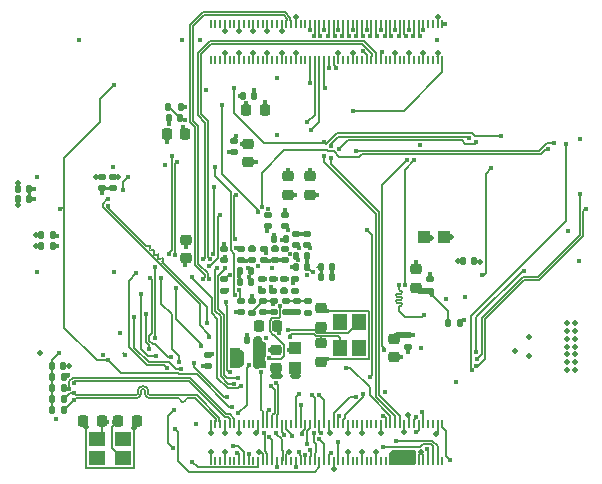
<source format=gbl>
%TF.GenerationSoftware,KiCad,Pcbnew,9.0.6-9.0.6~ubuntu24.04.1*%
%TF.CreationDate,2025-11-03T09:04:57+01:00*%
%TF.ProjectId,BB3plus CM5 STM32H7 module,42423370-6c75-4732-9043-4d352053544d,rev?*%
%TF.SameCoordinates,Original*%
%TF.FileFunction,Copper,L6,Bot*%
%TF.FilePolarity,Positive*%
%FSLAX46Y46*%
G04 Gerber Fmt 4.6, Leading zero omitted, Abs format (unit mm)*
G04 Created by KiCad (PCBNEW 9.0.6-9.0.6~ubuntu24.04.1) date 2025-11-03 09:04:57*
%MOMM*%
%LPD*%
G01*
G04 APERTURE LIST*
G04 Aperture macros list*
%AMRoundRect*
0 Rectangle with rounded corners*
0 $1 Rounding radius*
0 $2 $3 $4 $5 $6 $7 $8 $9 X,Y pos of 4 corners*
0 Add a 4 corners polygon primitive as box body*
4,1,4,$2,$3,$4,$5,$6,$7,$8,$9,$2,$3,0*
0 Add four circle primitives for the rounded corners*
1,1,$1+$1,$2,$3*
1,1,$1+$1,$4,$5*
1,1,$1+$1,$6,$7*
1,1,$1+$1,$8,$9*
0 Add four rect primitives between the rounded corners*
20,1,$1+$1,$2,$3,$4,$5,0*
20,1,$1+$1,$4,$5,$6,$7,0*
20,1,$1+$1,$6,$7,$8,$9,0*
20,1,$1+$1,$8,$9,$2,$3,0*%
G04 Aperture macros list end*
%TA.AperFunction,SMDPad,CuDef*%
%ADD10R,0.200000X0.700000*%
%TD*%
%TA.AperFunction,SMDPad,CuDef*%
%ADD11RoundRect,0.140000X-0.170000X0.140000X-0.170000X-0.140000X0.170000X-0.140000X0.170000X0.140000X0*%
%TD*%
%TA.AperFunction,SMDPad,CuDef*%
%ADD12R,1.400000X1.200000*%
%TD*%
%TA.AperFunction,SMDPad,CuDef*%
%ADD13RoundRect,0.140000X0.170000X-0.140000X0.170000X0.140000X-0.170000X0.140000X-0.170000X-0.140000X0*%
%TD*%
%TA.AperFunction,SMDPad,CuDef*%
%ADD14RoundRect,0.140000X0.140000X0.170000X-0.140000X0.170000X-0.140000X-0.170000X0.140000X-0.170000X0*%
%TD*%
%TA.AperFunction,SMDPad,CuDef*%
%ADD15RoundRect,0.140000X-0.140000X-0.170000X0.140000X-0.170000X0.140000X0.170000X-0.140000X0.170000X0*%
%TD*%
%TA.AperFunction,SMDPad,CuDef*%
%ADD16RoundRect,0.225000X0.225000X0.250000X-0.225000X0.250000X-0.225000X-0.250000X0.225000X-0.250000X0*%
%TD*%
%TA.AperFunction,SMDPad,CuDef*%
%ADD17RoundRect,0.225000X0.250000X-0.225000X0.250000X0.225000X-0.250000X0.225000X-0.250000X-0.225000X0*%
%TD*%
%TA.AperFunction,SMDPad,CuDef*%
%ADD18RoundRect,0.225000X-0.250000X0.225000X-0.250000X-0.225000X0.250000X-0.225000X0.250000X0.225000X0*%
%TD*%
%TA.AperFunction,SMDPad,CuDef*%
%ADD19RoundRect,0.135000X0.135000X0.185000X-0.135000X0.185000X-0.135000X-0.185000X0.135000X-0.185000X0*%
%TD*%
%TA.AperFunction,SMDPad,CuDef*%
%ADD20RoundRect,0.225000X-0.225000X-0.250000X0.225000X-0.250000X0.225000X0.250000X-0.225000X0.250000X0*%
%TD*%
%TA.AperFunction,SMDPad,CuDef*%
%ADD21RoundRect,0.135000X0.185000X-0.135000X0.185000X0.135000X-0.185000X0.135000X-0.185000X-0.135000X0*%
%TD*%
%TA.AperFunction,SMDPad,CuDef*%
%ADD22RoundRect,0.135000X-0.185000X0.135000X-0.185000X-0.135000X0.185000X-0.135000X0.185000X0.135000X0*%
%TD*%
%TA.AperFunction,SMDPad,CuDef*%
%ADD23RoundRect,0.050800X0.449200X0.499200X-0.449200X0.499200X-0.449200X-0.499200X0.449200X-0.499200X0*%
%TD*%
%TA.AperFunction,SMDPad,CuDef*%
%ADD24RoundRect,0.042333X-0.402167X-0.833967X0.402167X-0.833967X0.402167X0.833967X-0.402167X0.833967X0*%
%TD*%
%TA.AperFunction,SMDPad,CuDef*%
%ADD25R,1.200000X1.400000*%
%TD*%
%TA.AperFunction,SMDPad,CuDef*%
%ADD26RoundRect,0.135000X-0.135000X-0.185000X0.135000X-0.185000X0.135000X0.185000X-0.135000X0.185000X0*%
%TD*%
%TA.AperFunction,SMDPad,CuDef*%
%ADD27RoundRect,0.050800X-0.499200X0.449200X-0.499200X-0.449200X0.499200X-0.449200X0.499200X0.449200X0*%
%TD*%
%TA.AperFunction,ViaPad*%
%ADD28C,0.420000*%
%TD*%
%TA.AperFunction,ViaPad*%
%ADD29C,0.450000*%
%TD*%
%TA.AperFunction,ViaPad*%
%ADD30C,0.500000*%
%TD*%
%TA.AperFunction,Conductor*%
%ADD31C,0.127000*%
%TD*%
%TA.AperFunction,Conductor*%
%ADD32C,0.152400*%
%TD*%
%TA.AperFunction,Conductor*%
%ADD33C,0.508000*%
%TD*%
%TA.AperFunction,Conductor*%
%ADD34C,0.254000*%
%TD*%
%TA.AperFunction,Conductor*%
%ADD35C,0.203200*%
%TD*%
G04 APERTURE END LIST*
D10*
%TO.P,SoM1,1,GND*%
%TO.N,GND*%
X114300000Y-110700000D03*
%TO.P,SoM1,2,GND*%
X114300000Y-107620000D03*
%TO.P,SoM1,3,Ethernet_Pair3_P*%
%TO.N,unconnected-(SoM1A-Ethernet_Pair3_P-Pad3)*%
X114700000Y-110700000D03*
%TO.P,SoM1,4,Ethernet_Pair1_P*%
%TO.N,ETH_TXRX_B+*%
X114700000Y-107620000D03*
%TO.P,SoM1,5,Ethernet_Pair3_N*%
%TO.N,unconnected-(SoM1A-Ethernet_Pair3_N-Pad5)*%
X115100000Y-110700000D03*
%TO.P,SoM1,6,Ethernet_Pair1_N*%
%TO.N,ETH_TXRX_B-*%
X115100000Y-107620000D03*
%TO.P,SoM1,7,GND*%
%TO.N,GND*%
X115500000Y-110700000D03*
%TO.P,SoM1,8,GND*%
X115500000Y-107620000D03*
%TO.P,SoM1,9,Ethernet_Pair2_N*%
%TO.N,unconnected-(SoM1A-Ethernet_Pair2_N-Pad9)*%
X115900000Y-110700000D03*
%TO.P,SoM1,10,Ethernet_Pair0_N*%
%TO.N,ETH_TXRX_A-*%
X115900000Y-107620000D03*
%TO.P,SoM1,11,Ethernet_Pair2_P*%
%TO.N,unconnected-(SoM1A-Ethernet_Pair2_P-Pad11)*%
X116300000Y-110700000D03*
%TO.P,SoM1,12,Ethernet_Pair0_P*%
%TO.N,ETH_TXRX_A+*%
X116300000Y-107620000D03*
%TO.P,SoM1,13,GND*%
%TO.N,GND*%
X116700000Y-110700000D03*
%TO.P,SoM1,14,GND*%
X116700000Y-107620000D03*
%TO.P,SoM1,15,Ethernet_nLED3(3.3v)*%
%TO.N,~{ETH_LINK_ACT}*%
X117100000Y-110700000D03*
%TO.P,SoM1,16,Fan_Tacho*%
%TO.N,unconnected-(SoM1A-Fan_Tacho-Pad16)*%
X117100000Y-107620000D03*
%TO.P,SoM1,17,Ethernet_nLED2(3.3v)*%
%TO.N,~{ETH_LINK100}*%
X117500000Y-110700000D03*
%TO.P,SoM1,18,Ethernet_SYNC_OUT(1.8v)*%
%TO.N,unconnected-(SoM1A-Ethernet_SYNC_OUT(1.8v)-Pad18)*%
X117500000Y-107620000D03*
%TO.P,SoM1,19,Fan_PWM*%
%TO.N,unconnected-(SoM1A-Fan_PWM-Pad19)*%
X117900000Y-110700000D03*
%TO.P,SoM1,20,EEPROM_nWP*%
%TO.N,unconnected-(SoM1A-EEPROM_nWP-Pad20)*%
X117900000Y-107620000D03*
%TO.P,SoM1,21,LED_nACT*%
%TO.N,~{LED_ACT}*%
X118300000Y-110700000D03*
%TO.P,SoM1,22,GND*%
%TO.N,GND*%
X118300000Y-107620000D03*
%TO.P,SoM1,23,GND*%
X118700000Y-110700000D03*
%TO.P,SoM1,24,GPIO26*%
%TO.N,~{SYSMCU_CS}*%
X118700000Y-107620000D03*
%TO.P,SoM1,25,GPIO21*%
%TO.N,~{DIB3_IRQ}*%
X119100000Y-110700000D03*
%TO.P,SoM1,26,GPIO19*%
%TO.N,~{DIB1_IRQ}*%
X119100000Y-107620000D03*
%TO.P,SoM1,27,GPIO20*%
%TO.N,~{DIB2_IRQ}*%
X119500000Y-110700000D03*
%TO.P,SoM1,28,GPIO13*%
%TO.N,DIB1{slash}DIB3_MISO*%
X119500000Y-107620000D03*
%TO.P,SoM1,29,GPIO16*%
%TO.N,RS485_TX_EN{slash}DOUT2*%
X119900000Y-110700000D03*
%TO.P,SoM1,30,GPIO6*%
%TO.N,DIB4_MOSI*%
X119900000Y-107620000D03*
%TO.P,SoM1,31,GPIO12*%
%TO.N,~{DIB1_CSA}*%
X120300000Y-110700000D03*
%TO.P,SoM1,32,GND*%
%TO.N,GND*%
X120300000Y-107620000D03*
%TO.P,SoM1,33,GND*%
X120700000Y-110700000D03*
%TO.P,SoM1,34,GPIO5*%
%TO.N,DIB4_MISO*%
X120700000Y-107620000D03*
%TO.P,SoM1,35,ID_SC/GPIO1*%
%TO.N,unconnected-(SoM1A-ID_SC{slash}GPIO1-Pad35)*%
X121100000Y-110700000D03*
%TO.P,SoM1,36,ID_SD/GPIO0*%
%TO.N,unconnected-(SoM1A-ID_SD{slash}GPIO0-Pad36)*%
X121100000Y-107620000D03*
%TO.P,SoM1,37,GPIO7*%
%TO.N,DIB4_SCLK*%
X121500000Y-110700000D03*
%TO.P,SoM1,38,GPIO11*%
%TO.N,DIB2{slash}DIB5_SCLK*%
X121500000Y-107620000D03*
%TO.P,SoM1,39,GPIO8*%
%TO.N,~{DIB2_CSA}*%
X121900000Y-110700000D03*
%TO.P,SoM1,40,GPIO9*%
%TO.N,DIB2{slash}DIB5_MISO*%
X121900000Y-107620000D03*
%TO.P,SoM1,41,GPIO25*%
%TO.N,~{TFT_IRQ}*%
X122300000Y-110700000D03*
%TO.P,SoM1,42,GND*%
%TO.N,GND*%
X122300000Y-107620000D03*
%TO.P,SoM1,43,GND*%
X122700000Y-110700000D03*
%TO.P,SoM1,44,GPIO10*%
%TO.N,DIB2{slash}DIB5_MOSI*%
X122700000Y-107620000D03*
%TO.P,SoM1,45,GPIO24*%
%TO.N,~{SYSMCU_IRQ}*%
X123100000Y-110700000D03*
%TO.P,SoM1,46,GPIO22*%
%TO.N,~{DIB4_IRQ}*%
X123100000Y-107620000D03*
%TO.P,SoM1,47,GPIO23*%
%TO.N,~{DIB5_IRQ}*%
X123500000Y-110700000D03*
%TO.P,SoM1,48,GPIO27*%
%TO.N,WDG_IN*%
X123500000Y-107620000D03*
%TO.P,SoM1,49,GPIO18*%
%TO.N,~{DIB5_CSA}*%
X123900000Y-110700000D03*
%TO.P,SoM1,50,GPIO17*%
%TO.N,~{DIB3_CSA}*%
X123900000Y-107620000D03*
%TO.P,SoM1,51,GPIO15*%
%TO.N,DIB1{slash}DIB3_SCLK*%
X124300000Y-110700000D03*
%TO.P,SoM1,52,GND*%
%TO.N,GND*%
X124300000Y-107620000D03*
%TO.P,SoM1,53,GND*%
X124700000Y-110700000D03*
%TO.P,SoM1,54,GPIO4*%
%TO.N,~{DIB4_CSA}*%
X124700000Y-107620000D03*
%TO.P,SoM1,55,GPIO14*%
%TO.N,DIB1{slash}DIB3_MOSI*%
X125100000Y-110700000D03*
%TO.P,SoM1,56,GPIO3*%
%TO.N,UART0_TX{slash}DOUT3*%
X125100000Y-107620000D03*
%TO.P,SoM1,57,SD_CLK*%
%TO.N,unconnected-(SoM1A-SD_CLK-Pad57)*%
X125500000Y-110700000D03*
%TO.P,SoM1,58,GPIO2*%
%TO.N,UART0_RX{slash}DIN2*%
X125500000Y-107620000D03*
%TO.P,SoM1,59,GND*%
%TO.N,GND*%
X125900000Y-110700000D03*
%TO.P,SoM1,60,GND*%
X125900000Y-107620000D03*
%TO.P,SoM1,61,SD_DAT3*%
%TO.N,unconnected-(SoM1A-SD_DAT3-Pad61)*%
X126300000Y-110700000D03*
%TO.P,SoM1,62,SD_CMD*%
%TO.N,unconnected-(SoM1A-SD_CMD-Pad62)*%
X126300000Y-107620000D03*
%TO.P,SoM1,63,SD_DAT0*%
%TO.N,unconnected-(SoM1A-SD_DAT0-Pad63)*%
X126700000Y-110700000D03*
%TO.P,SoM1,64,SD_DAT5*%
%TO.N,unconnected-(SoM1A-SD_DAT5-Pad64)*%
X126700000Y-107620000D03*
%TO.P,SoM1,65,GND*%
%TO.N,GND*%
X127100000Y-110700000D03*
%TO.P,SoM1,66,GND*%
X127100000Y-107620000D03*
%TO.P,SoM1,67,SD_DAT1*%
%TO.N,unconnected-(SoM1A-SD_DAT1-Pad67)*%
X127500000Y-110700000D03*
%TO.P,SoM1,68,SD_DAT4*%
%TO.N,unconnected-(SoM1A-SD_DAT4-Pad68)*%
X127500000Y-107620000D03*
%TO.P,SoM1,69,SD_DAT2*%
%TO.N,unconnected-(SoM1A-SD_DAT2-Pad69)*%
X127900000Y-110700000D03*
%TO.P,SoM1,70,SD_DAT7*%
%TO.N,unconnected-(SoM1A-SD_DAT7-Pad70)*%
X127900000Y-107620000D03*
%TO.P,SoM1,71,GND*%
%TO.N,GND*%
X128300000Y-110700000D03*
%TO.P,SoM1,72,SD_DAT6*%
%TO.N,unconnected-(SoM1A-SD_DAT6-Pad72)*%
X128300000Y-107620000D03*
%TO.P,SoM1,73,SD_VDD_Override*%
%TO.N,unconnected-(SoM1A-SD_VDD_Override-Pad73)*%
X128700000Y-110700000D03*
%TO.P,SoM1,74,GND*%
%TO.N,GND*%
X128700000Y-107620000D03*
%TO.P,SoM1,75,SD_PWR_ON*%
%TO.N,unconnected-(SoM1A-SD_PWR_ON-Pad75)*%
X129100000Y-110700000D03*
%TO.P,SoM1,76,VBAT*%
%TO.N,+VAUX*%
X129100000Y-107620000D03*
%TO.P,SoM1,77,+5v(Input)*%
%TO.N,/CM5 socket/+5V_IN*%
X129500000Y-110700000D03*
%TO.P,SoM1,78,GPIO_VREF(1.8v/3.3v_Input)*%
%TO.N,GPIO_VREF*%
X129500000Y-107620000D03*
%TO.P,SoM1,79,+5v(Input)*%
%TO.N,/CM5 socket/+5V_IN*%
X129900000Y-110700000D03*
%TO.P,SoM1,80,SCL0*%
%TO.N,SCL*%
X129900000Y-107620000D03*
%TO.P,SoM1,81,+5v(Input)*%
%TO.N,/CM5 socket/+5V_IN*%
X130300000Y-110700000D03*
%TO.P,SoM1,82,SDA0*%
%TO.N,SDA*%
X130300000Y-107620000D03*
%TO.P,SoM1,83,+5v(Input)*%
%TO.N,/CM5 socket/+5V_IN*%
X130700000Y-110700000D03*
%TO.P,SoM1,84,CM5_3.3v*%
%TO.N,+3V3*%
X130700000Y-107620000D03*
%TO.P,SoM1,85,+5v(Input)*%
%TO.N,/CM5 socket/+5V_IN*%
X131100000Y-110700000D03*
%TO.P,SoM1,86,CM5_3.3v*%
%TO.N,+3V3*%
X131100000Y-107620000D03*
%TO.P,SoM1,87,+5v(Input)*%
%TO.N,/CM5 socket/+5V_IN*%
X131500000Y-110700000D03*
%TO.P,SoM1,88,CM5_1.8v*%
%TO.N,+1V8*%
X131500000Y-107620000D03*
%TO.P,SoM1,89,WiFi_nDisable*%
%TO.N,GND*%
X131900000Y-110700000D03*
%TO.P,SoM1,90,CM5_1.8v*%
%TO.N,+1V8*%
X131900000Y-107620000D03*
%TO.P,SoM1,91,BT_nDisable*%
%TO.N,GND*%
X132300000Y-110700000D03*
%TO.P,SoM1,92,PWR_Button*%
%TO.N,~{RESET_OUT}*%
X132300000Y-107620000D03*
%TO.P,SoM1,93,nRPIBOOT*%
%TO.N,BOOT0*%
X132700000Y-110700000D03*
%TO.P,SoM1,94,CC1*%
%TO.N,unconnected-(SoM1A-CC1-Pad94)*%
X132700000Y-107620000D03*
%TO.P,SoM1,95,LED_nPWR*%
%TO.N,~{LED_PWR}*%
X133100000Y-110700000D03*
%TO.P,SoM1,96,CC2*%
%TO.N,unconnected-(SoM1A-CC2-Pad96)*%
X133100000Y-107620000D03*
%TO.P,SoM1,97,CAM_GPIO0*%
%TO.N,UART1_TX{slash}DOUT1*%
X133500000Y-110700000D03*
%TO.P,SoM1,98,GND*%
%TO.N,GND*%
X133500000Y-107620000D03*
%TO.P,SoM1,99,PMIC_EN*%
%TO.N,unconnected-(SoM1A-PMIC_EN-Pad99)*%
X133900000Y-110700000D03*
%TO.P,SoM1,100,CAM_GPIO1*%
%TO.N,UART1_RX{slash}DIN1*%
X133900000Y-107620000D03*
%TO.P,SoM1,101,USB_OTG_ID*%
%TO.N,unconnected-(SoM1B-USB_OTG_ID-Pad101)*%
X114300000Y-76780000D03*
%TO.P,SoM1,102,PCIe_CLK_nREQ*%
%TO.N,unconnected-(SoM1B-PCIe_CLK_nREQ-Pad102)*%
X114300000Y-73700000D03*
%TO.P,SoM1,103,USB_N*%
%TO.N,unconnected-(SoM1B-USB_N-Pad103)*%
X114700000Y-76780000D03*
%TO.P,SoM1,104,PCIE_nWAKE*%
%TO.N,unconnected-(SoM1B-PCIE_nWAKE-Pad104)*%
X114700000Y-73700000D03*
%TO.P,SoM1,105,USB_P*%
%TO.N,unconnected-(SoM1B-USB_P-Pad105)*%
X115100000Y-76780000D03*
%TO.P,SoM1,106,PCIE_PWR_EN*%
%TO.N,unconnected-(SoM1B-PCIE_PWR_EN-Pad106)*%
X115100000Y-73700000D03*
%TO.P,SoM1,107,GND*%
%TO.N,GND*%
X115500000Y-76780000D03*
%TO.P,SoM1,108,GND*%
X115500000Y-73700000D03*
%TO.P,SoM1,109,PCIe_nRST*%
%TO.N,unconnected-(SoM1B-PCIe_nRST-Pad109)*%
X115900000Y-76780000D03*
%TO.P,SoM1,110,PCIe_CLK_P*%
%TO.N,unconnected-(SoM1B-PCIe_CLK_P-Pad110)*%
X115900000Y-73700000D03*
%TO.P,SoM1,111,VBUS_EN_(3.3v)*%
%TO.N,unconnected-(SoM1B-VBUS_EN_(3.3v)-Pad111)*%
X116300000Y-76780000D03*
%TO.P,SoM1,112,PCIe_CLK_N*%
%TO.N,unconnected-(SoM1B-PCIe_CLK_N-Pad112)*%
X116300000Y-73700000D03*
%TO.P,SoM1,113,GND*%
%TO.N,GND*%
X116700000Y-76780000D03*
%TO.P,SoM1,114,GND*%
X116700000Y-73700000D03*
%TO.P,SoM1,115,MIPI0_D0_N*%
%TO.N,unconnected-(SoM1B-MIPI0_D0_N-Pad115)*%
X117100000Y-76780000D03*
%TO.P,SoM1,116,PCIe_RX_P*%
%TO.N,unconnected-(SoM1B-PCIe_RX_P-Pad116)*%
X117100000Y-73700000D03*
%TO.P,SoM1,117,MIPI0_D0_P*%
%TO.N,unconnected-(SoM1B-MIPI0_D0_P-Pad117)*%
X117500000Y-76780000D03*
%TO.P,SoM1,118,PCIe_RX_N*%
%TO.N,unconnected-(SoM1B-PCIe_RX_N-Pad118)*%
X117500000Y-73700000D03*
%TO.P,SoM1,119,GND*%
%TO.N,GND*%
X117900000Y-76780000D03*
%TO.P,SoM1,120,GND*%
X117900000Y-73700000D03*
%TO.P,SoM1,121,MIPI0_D1_N*%
%TO.N,unconnected-(SoM1B-MIPI0_D1_N-Pad121)*%
X118300000Y-76780000D03*
%TO.P,SoM1,122,PCIe_TX_P*%
%TO.N,unconnected-(SoM1B-PCIe_TX_P-Pad122)*%
X118300000Y-73700000D03*
%TO.P,SoM1,123,MIPI0_D1_P*%
%TO.N,unconnected-(SoM1B-MIPI0_D1_P-Pad123)*%
X118700000Y-76780000D03*
%TO.P,SoM1,124,PCIe_TX_N*%
%TO.N,unconnected-(SoM1B-PCIe_TX_N-Pad124)*%
X118700000Y-73700000D03*
%TO.P,SoM1,125,GND*%
%TO.N,GND*%
X119100000Y-76780000D03*
%TO.P,SoM1,126,GND*%
X119100000Y-73700000D03*
%TO.P,SoM1,127,MIPI0_C_N*%
%TO.N,unconnected-(SoM1B-MIPI0_C_N-Pad127)*%
X119500000Y-76780000D03*
%TO.P,SoM1,128,USB3-0-RX_N*%
%TO.N,unconnected-(SoM1B-USB3-0-RX_N-Pad128)*%
X119500000Y-73700000D03*
%TO.P,SoM1,129,MIPI0_C_P*%
%TO.N,unconnected-(SoM1B-MIPI0_C_P-Pad129)*%
X119900000Y-76780000D03*
%TO.P,SoM1,130,USB3-0-RX_P*%
%TO.N,unconnected-(SoM1B-USB3-0-RX_P-Pad130)*%
X119900000Y-73700000D03*
%TO.P,SoM1,131,GND*%
%TO.N,GND*%
X120300000Y-76780000D03*
%TO.P,SoM1,132,GND*%
X120300000Y-73700000D03*
%TO.P,SoM1,133,MIPI0_D2_N*%
%TO.N,unconnected-(SoM1B-MIPI0_D2_N-Pad133)*%
X120700000Y-76780000D03*
%TO.P,SoM1,134,USB3-0-DP*%
%TO.N,DIB1_USB_D+*%
X120700000Y-73700000D03*
%TO.P,SoM1,135,MIPI0_D2_P*%
%TO.N,unconnected-(SoM1B-MIPI0_D2_P-Pad135)*%
X121100000Y-76780000D03*
%TO.P,SoM1,136,USB3-0-DM*%
%TO.N,DIB1_USB_D-*%
X121100000Y-73700000D03*
%TO.P,SoM1,137,GND*%
%TO.N,GND*%
X121500000Y-76780000D03*
%TO.P,SoM1,138,GND*%
X121500000Y-73700000D03*
%TO.P,SoM1,139,MIPI0_D3_N*%
%TO.N,unconnected-(SoM1B-MIPI0_D3_N-Pad139)*%
X121900000Y-76780000D03*
%TO.P,SoM1,140,USB3-0-TX_N*%
%TO.N,unconnected-(SoM1B-USB3-0-TX_N-Pad140)*%
X121900000Y-73700000D03*
%TO.P,SoM1,141,MIPI0_D3_P*%
%TO.N,unconnected-(SoM1B-MIPI0_D3_P-Pad141)*%
X122300000Y-76780000D03*
%TO.P,SoM1,142,USB3-0-TX_P*%
%TO.N,unconnected-(SoM1B-USB3-0-TX_P-Pad142)*%
X122300000Y-73700000D03*
%TO.P,SoM1,143,HDMI1_HOTPLUG*%
%TO.N,TFT_DVID_HPD*%
X122700000Y-76780000D03*
%TO.P,SoM1,144,GND*%
%TO.N,GND*%
X122700000Y-73700000D03*
%TO.P,SoM1,145,HDMI1_SDA*%
%TO.N,TFT_DVID_SDA*%
X123100000Y-76780000D03*
%TO.P,SoM1,146,HDMI1_TX2_P*%
%TO.N,TFT_DVID_TX2_P*%
X123100000Y-73700000D03*
%TO.P,SoM1,147,HDMI1_SCL*%
%TO.N,TFT_DVID_SCL*%
X123500000Y-76780000D03*
%TO.P,SoM1,148,HDMI1_TX2_N*%
%TO.N,TFT_DVID_TX2_N*%
X123500000Y-73700000D03*
%TO.P,SoM1,149,HDMI1_CEC*%
%TO.N,TFT_DVID_CEC*%
X123900000Y-76780000D03*
%TO.P,SoM1,150,GND*%
%TO.N,GND*%
X123900000Y-73700000D03*
%TO.P,SoM1,151,HDMI0_CEC*%
%TO.N,REAR_DVID_CEC*%
X124300000Y-76780000D03*
%TO.P,SoM1,152,HDMI1_TX1_P*%
%TO.N,TFT_DVID_TX1_P*%
X124300000Y-73700000D03*
%TO.P,SoM1,153,HDMI0_HOTPLUG*%
%TO.N,REAR_DVID_HPD*%
X124700000Y-76780000D03*
%TO.P,SoM1,154,HDMI1_TX1_N*%
%TO.N,TFT_DVID_TX1_N*%
X124700000Y-73700000D03*
%TO.P,SoM1,155,GND*%
%TO.N,GND*%
X125100000Y-76780000D03*
%TO.P,SoM1,156,GND*%
X125100000Y-73700000D03*
%TO.P,SoM1,157,USB3-1-RX_N*%
%TO.N,unconnected-(SoM1B-USB3-1-RX_N-Pad157)*%
X125500000Y-76780000D03*
%TO.P,SoM1,158,HDMI1_TX0_P*%
%TO.N,TFT_DVID_TX0_P*%
X125500000Y-73700000D03*
%TO.P,SoM1,159,USB3-1-RX_P*%
%TO.N,unconnected-(SoM1B-USB3-1-RX_P-Pad159)*%
X125900000Y-76780000D03*
%TO.P,SoM1,160,HDMI1_TX0_N*%
%TO.N,TFT_DVID_TX0_N*%
X125900000Y-73700000D03*
%TO.P,SoM1,161,GND*%
%TO.N,GND*%
X126300000Y-76780000D03*
%TO.P,SoM1,162,GND*%
X126300000Y-73700000D03*
%TO.P,SoM1,163,USB3-1-DP*%
%TO.N,unconnected-(SoM1B-USB3-1-DP-Pad163)*%
X126700000Y-76780000D03*
%TO.P,SoM1,164,HDMI1_CLK_P*%
%TO.N,TFT_DVID_CLK_P*%
X126700000Y-73700000D03*
%TO.P,SoM1,165,USB3-1-DM*%
%TO.N,unconnected-(SoM1B-USB3-1-DM-Pad165)*%
X127100000Y-76780000D03*
%TO.P,SoM1,166,HDMI1_CLK_N*%
%TO.N,TFT_DVID_CLK_N*%
X127100000Y-73700000D03*
%TO.P,SoM1,167,GND*%
%TO.N,GND*%
X127500000Y-76780000D03*
%TO.P,SoM1,168,GND*%
X127500000Y-73700000D03*
%TO.P,SoM1,169,USB3-1-TX_N*%
%TO.N,MCU_USB_UP_TX-*%
X127900000Y-76780000D03*
%TO.P,SoM1,170,HDMI0_TX2_P*%
%TO.N,REAR_DVID_TX2_P*%
X127900000Y-73700000D03*
%TO.P,SoM1,171,USB3-1-TX_P*%
%TO.N,MCU_USB_UP_TX+*%
X128300000Y-76780000D03*
%TO.P,SoM1,172,HDMI0_TX2_N*%
%TO.N,REAR_DVID_TX2_N*%
X128300000Y-73700000D03*
%TO.P,SoM1,173,GND*%
%TO.N,GND*%
X128700000Y-76780000D03*
%TO.P,SoM1,174,GND*%
X128700000Y-73700000D03*
%TO.P,SoM1,175,MIPI1_D0_N*%
%TO.N,unconnected-(SoM1B-MIPI1_D0_N-Pad175)*%
X129100000Y-76780000D03*
%TO.P,SoM1,176,HDMI0_TX1_P*%
%TO.N,REAR_DVID_TX1_P*%
X129100000Y-73700000D03*
%TO.P,SoM1,177,MIPI1_D0_P*%
%TO.N,unconnected-(SoM1B-MIPI1_D0_P-Pad177)*%
X129500000Y-76780000D03*
%TO.P,SoM1,178,HDMI0_TX1_N*%
%TO.N,REAR_DVID_TX1_N*%
X129500000Y-73700000D03*
%TO.P,SoM1,179,GND*%
%TO.N,GND*%
X129900000Y-76780000D03*
%TO.P,SoM1,180,GND*%
X129900000Y-73700000D03*
%TO.P,SoM1,181,MIPI1_D1_N*%
%TO.N,unconnected-(SoM1B-MIPI1_D1_N-Pad181)*%
X130300000Y-76780000D03*
%TO.P,SoM1,182,HDMI0_TX0_P*%
%TO.N,REAR_DVID_TX0_P*%
X130300000Y-73700000D03*
%TO.P,SoM1,183,MIPI1_D1_P*%
%TO.N,unconnected-(SoM1B-MIPI1_D1_P-Pad183)*%
X130700000Y-76780000D03*
%TO.P,SoM1,184,HDMI0_TX0_N*%
%TO.N,REAR_DVID_TX0_N*%
X130700000Y-73700000D03*
%TO.P,SoM1,185,GND*%
%TO.N,GND*%
X131100000Y-76780000D03*
%TO.P,SoM1,186,GND*%
X131100000Y-73700000D03*
%TO.P,SoM1,187,MIPI1_C_N*%
%TO.N,unconnected-(SoM1B-MIPI1_C_N-Pad187)*%
X131500000Y-76780000D03*
%TO.P,SoM1,188,HDMI0_CLK_P*%
%TO.N,REAR_DVID_CLK_P*%
X131500000Y-73700000D03*
%TO.P,SoM1,189,MIPI1_C_P*%
%TO.N,unconnected-(SoM1B-MIPI1_C_P-Pad189)*%
X131900000Y-76780000D03*
%TO.P,SoM1,190,HDMI0_CLK_N*%
%TO.N,REAR_DVID_CLK_N*%
X131900000Y-73700000D03*
%TO.P,SoM1,191,GND*%
%TO.N,GND*%
X132300000Y-76780000D03*
%TO.P,SoM1,192,GND*%
X132300000Y-73700000D03*
%TO.P,SoM1,193,MIPI1_D2_N*%
%TO.N,unconnected-(SoM1B-MIPI1_D2_N-Pad193)*%
X132700000Y-76780000D03*
%TO.P,SoM1,194,MIPI1_D3_N*%
%TO.N,unconnected-(SoM1B-MIPI1_D3_N-Pad194)*%
X132700000Y-73700000D03*
%TO.P,SoM1,195,MIPI1_D2_P*%
%TO.N,unconnected-(SoM1B-MIPI1_D2_P-Pad195)*%
X133100000Y-76780000D03*
%TO.P,SoM1,196,MIPI1_D3_P*%
%TO.N,unconnected-(SoM1B-MIPI1_D3_P-Pad196)*%
X133100000Y-73700000D03*
%TO.P,SoM1,197,GND*%
%TO.N,GND*%
X133500000Y-76780000D03*
%TO.P,SoM1,198,GND*%
X133500000Y-73700000D03*
%TO.P,SoM1,199,HDMI0_SDA*%
%TO.N,REAR_DVID_SDA*%
X133900000Y-76780000D03*
%TO.P,SoM1,200,HDMI0_SCL*%
%TO.N,REAR_DVID_SCL*%
X133900000Y-73700000D03*
%TD*%
D11*
%TO.P,C26,1,1*%
%TO.N,+3V3*%
X120620002Y-92783012D03*
%TO.P,C26,2,2*%
%TO.N,GND*%
X120620002Y-93743012D03*
%TD*%
D12*
%TO.P,Y2,1,1*%
%TO.N,Net-(IC6-XTAL2)*%
X104675700Y-108900000D03*
%TO.P,Y2,2,NC*%
%TO.N,unconnected-(Y2-NC-Pad2)*%
X106875700Y-108900000D03*
%TO.P,Y2,3,3*%
%TO.N,Net-(IC6-XTAL1{slash}CLKIN)*%
X106875700Y-110500000D03*
%TO.P,Y2,4,NC*%
%TO.N,unconnected-(Y2-NC-Pad4)*%
X104675700Y-110500000D03*
%TD*%
D13*
%TO.P,C48,1,1*%
%TO.N,Net-(IC5-VDDI)*%
X105108614Y-87630000D03*
%TO.P,C48,2,2*%
%TO.N,GND*%
X105108614Y-86670000D03*
%TD*%
D14*
%TO.P,C43,1,1*%
%TO.N,+3V3*%
X100909433Y-91580819D03*
%TO.P,C43,2,2*%
%TO.N,GND*%
X99949433Y-91580819D03*
%TD*%
%TO.P,C22,1,1*%
%TO.N,/STM32H7 MCU/VLXSMPS*%
X118300000Y-100513012D03*
%TO.P,C22,2,2*%
%TO.N,GND*%
X117340000Y-100513012D03*
%TD*%
D15*
%TO.P,C71,1,1*%
%TO.N,+1V8*%
X117030000Y-79830000D03*
%TO.P,C71,2,2*%
%TO.N,GND*%
X117990000Y-79830000D03*
%TD*%
D14*
%TO.P,C46,1,1*%
%TO.N,+3V3*%
X100909433Y-92500819D03*
%TO.P,C46,2,2*%
%TO.N,GND*%
X99949433Y-92500819D03*
%TD*%
D15*
%TO.P,C12,1,1*%
%TO.N,+3V3*%
X121510002Y-93343012D03*
%TO.P,C12,2,2*%
%TO.N,GND*%
X122470002Y-93343012D03*
%TD*%
D16*
%TO.P,C42,1,1*%
%TO.N,GND*%
X108030700Y-107310000D03*
%TO.P,C42,2,2*%
%TO.N,Net-(IC6-XTAL1{slash}CLKIN)*%
X106480700Y-107310000D03*
%TD*%
D17*
%TO.P,C10,1,1*%
%TO.N,GND*%
X119830002Y-102863012D03*
%TO.P,C10,2,2*%
%TO.N,/STM32H7 MCU/VDDSMPS*%
X119830002Y-101313012D03*
%TD*%
D16*
%TO.P,C13,1,1*%
%TO.N,GND*%
X119915002Y-99323012D03*
%TO.P,C13,2,2*%
%TO.N,/STM32H7 MCU/VDD_SDC*%
X118365002Y-99323012D03*
%TD*%
D15*
%TO.P,C35,1,1*%
%TO.N,+1V8*%
X123600000Y-94260000D03*
%TO.P,C35,2,2*%
%TO.N,GND*%
X124560000Y-94260000D03*
%TD*%
D18*
%TO.P,C59,1,1*%
%TO.N,+1V8*%
X129780000Y-100365000D03*
%TO.P,C59,2,2*%
%TO.N,GND*%
X129780000Y-101915000D03*
%TD*%
D19*
%TO.P,R14,1,1*%
%TO.N,~{XSPI_M_P1_CS}*%
X135440000Y-99070000D03*
%TO.P,R14,2,2*%
%TO.N,+1V8*%
X134420000Y-99070000D03*
%TD*%
D11*
%TO.P,C58,1,1*%
%TO.N,+1V8*%
X130970000Y-100090000D03*
%TO.P,C58,2,2*%
%TO.N,GND*%
X130970000Y-101050000D03*
%TD*%
D20*
%TO.P,C41,1,1*%
%TO.N,GND*%
X103520700Y-107310000D03*
%TO.P,C41,2,2*%
%TO.N,Net-(IC6-XTAL2)*%
X105070700Y-107310000D03*
%TD*%
D17*
%TO.P,C7,1,1*%
%TO.N,+3V3*%
X112180000Y-93575000D03*
%TO.P,C7,2,2*%
%TO.N,GND*%
X112180000Y-92025000D03*
%TD*%
D13*
%TO.P,C34,1,1*%
%TO.N,+1V8*%
X121540002Y-92453012D03*
%TO.P,C34,2,2*%
%TO.N,GND*%
X121540002Y-91493012D03*
%TD*%
%TO.P,C33,1,1*%
%TO.N,+1V8*%
X119120002Y-90833012D03*
%TO.P,C33,2,2*%
%TO.N,GND*%
X119120002Y-89873012D03*
%TD*%
D11*
%TO.P,C14,1,1*%
%TO.N,/STM32H7 MCU/VDD_SDC*%
X121390000Y-95340000D03*
%TO.P,C14,2,2*%
%TO.N,GND*%
X121390000Y-96300000D03*
%TD*%
D13*
%TO.P,C16,1,1*%
%TO.N,+3V3*%
X120470000Y-96300000D03*
%TO.P,C16,2,2*%
%TO.N,GND*%
X120470000Y-95340000D03*
%TD*%
D11*
%TO.P,C24,1,1*%
%TO.N,/STM32H7 MCU/MCU_VREF+*%
X120710000Y-97160000D03*
%TO.P,C24,2,2*%
%TO.N,GND*%
X120710000Y-98120000D03*
%TD*%
D21*
%TO.P,R4,1,1*%
%TO.N,/STM32H7 MCU/MCU_VDDA*%
X117830002Y-98173012D03*
%TO.P,R4,2,2*%
%TO.N,+3V3*%
X117830002Y-97153012D03*
%TD*%
D13*
%TO.P,C25,1,1*%
%TO.N,+3V3*%
X119550000Y-96300000D03*
%TO.P,C25,2,2*%
%TO.N,GND*%
X119550000Y-95340000D03*
%TD*%
%TO.P,C45,1,1*%
%TO.N,Net-(IC5-VDDI)*%
X106030000Y-87630000D03*
%TO.P,C45,2,2*%
%TO.N,GND*%
X106030000Y-86670000D03*
%TD*%
%TO.P,C56,1,1*%
%TO.N,+1V8*%
X132850000Y-96315000D03*
%TO.P,C56,2,2*%
%TO.N,GND*%
X132850000Y-95355000D03*
%TD*%
D17*
%TO.P,C57,1,1*%
%TO.N,+1V8*%
X131660000Y-96050000D03*
%TO.P,C57,2,2*%
%TO.N,GND*%
X131660000Y-94500000D03*
%TD*%
D13*
%TO.P,C36,1,1*%
%TO.N,+1V8*%
X120620002Y-90843012D03*
%TO.P,C36,2,2*%
%TO.N,GND*%
X120620002Y-89883012D03*
%TD*%
D19*
%TO.P,R18,1,1*%
%TO.N,ETH_TXRX_B-*%
X101890000Y-105490000D03*
%TO.P,R18,2,2*%
%TO.N,/Ethernet PHY\u002C PSRAM\u002C eMMC/+3V3_LAN*%
X100870000Y-105490000D03*
%TD*%
D14*
%TO.P,C8,1,1*%
%TO.N,+3V3*%
X117740000Y-95550000D03*
%TO.P,C8,2,2*%
%TO.N,GND*%
X116780000Y-95550000D03*
%TD*%
D22*
%TO.P,R5,1,1*%
%TO.N,/STM32H7 MCU/MCU_VREF+*%
X122550000Y-97140000D03*
%TO.P,R5,2,2*%
%TO.N,+3V3*%
X122550000Y-98160000D03*
%TD*%
D20*
%TO.P,C72,1,1*%
%TO.N,+1V8*%
X117300000Y-81030000D03*
%TO.P,C72,2,2*%
%TO.N,GND*%
X118850000Y-81030000D03*
%TD*%
D11*
%TO.P,C23,1,1*%
%TO.N,/STM32H7 MCU/MCU_VDDA*%
X118760002Y-97163012D03*
%TO.P,C23,2,2*%
%TO.N,GND*%
X118760002Y-98123012D03*
%TD*%
D16*
%TO.P,C70,1,1*%
%TO.N,+1V8*%
X112125000Y-83030000D03*
%TO.P,C70,2,2*%
%TO.N,GND*%
X110575000Y-83030000D03*
%TD*%
D23*
%TO.P,FB5,1*%
%TO.N,/DVID converter\u002C NOR Flash/TVDD*%
X134020000Y-91800000D03*
%TO.P,FB5,2*%
%TO.N,+3V3*%
X132320000Y-91800000D03*
%TD*%
D11*
%TO.P,C38,1,1*%
%TO.N,+1V8*%
X119700002Y-92783012D03*
%TO.P,C38,2,2*%
%TO.N,GND*%
X119700002Y-93743012D03*
%TD*%
D24*
%TO.P,L1,1,1*%
%TO.N,/STM32H7 MCU/VDD_SDC*%
X116347202Y-101983012D03*
%TO.P,L1,2,2*%
%TO.N,/STM32H7 MCU/VLXSMPS*%
X118430002Y-101983012D03*
%TD*%
D14*
%TO.P,C17,1,1*%
%TO.N,/STM32H7 MCU/VDD_SDC*%
X120650002Y-91893012D03*
%TO.P,C17,2,2*%
%TO.N,GND*%
X119690002Y-91893012D03*
%TD*%
D13*
%TO.P,C21,1,1*%
%TO.N,+3V3*%
X115440002Y-93743012D03*
%TO.P,C21,2,2*%
%TO.N,GND*%
X115440002Y-92783012D03*
%TD*%
D11*
%TO.P,C15,1,1*%
%TO.N,+3V3*%
X116830000Y-92780000D03*
%TO.P,C15,2,2*%
%TO.N,GND*%
X116830000Y-93740000D03*
%TD*%
D13*
%TO.P,C28,1,1*%
%TO.N,GND*%
X115440002Y-96303012D03*
%TO.P,C28,2,2*%
%TO.N,/STM32H7 MCU/VDD_SDC*%
X115440002Y-95343012D03*
%TD*%
D25*
%TO.P,Y1,1,1*%
%TO.N,/STM32H7 MCU/RCC_OSC_IN*%
X125250002Y-101143012D03*
%TO.P,Y1,2,NC*%
%TO.N,unconnected-(Y1-NC-Pad2)*%
X125250002Y-98943012D03*
%TO.P,Y1,3,3*%
%TO.N,/STM32H7 MCU/RCC_OSC_OUT*%
X126850002Y-98943012D03*
%TO.P,Y1,4,NC*%
%TO.N,unconnected-(Y1-NC-Pad4)*%
X126850002Y-101143012D03*
%TD*%
D17*
%TO.P,C3,1,1*%
%TO.N,GND*%
X123660002Y-102308012D03*
%TO.P,C3,2,2*%
%TO.N,/STM32H7 MCU/RCC_OSC_IN*%
X123660002Y-100758012D03*
%TD*%
D14*
%TO.P,C69,1,1*%
%TO.N,+1V8*%
X111720000Y-81700000D03*
%TO.P,C69,2,2*%
%TO.N,GND*%
X110760000Y-81700000D03*
%TD*%
D15*
%TO.P,C19,1,1*%
%TO.N,+3V3*%
X121510002Y-94263012D03*
%TO.P,C19,2,2*%
%TO.N,GND*%
X122470002Y-94263012D03*
%TD*%
%TO.P,C32,1,1*%
%TO.N,+1V8*%
X123600000Y-95180000D03*
%TO.P,C32,2,2*%
%TO.N,GND*%
X124560000Y-95180000D03*
%TD*%
D11*
%TO.P,C20,1,1*%
%TO.N,/STM32H7 MCU/VDD_SDC*%
X117750000Y-92780000D03*
%TO.P,C20,2,2*%
%TO.N,GND*%
X117750000Y-93740000D03*
%TD*%
D14*
%TO.P,C44,1,1*%
%TO.N,+1V8*%
X98909433Y-87660819D03*
%TO.P,C44,2,2*%
%TO.N,GND*%
X97949433Y-87660819D03*
%TD*%
D11*
%TO.P,C73,1,1*%
%TO.N,+1V8*%
X116300000Y-83610000D03*
%TO.P,C73,2,2*%
%TO.N,GND*%
X116300000Y-84570000D03*
%TD*%
D26*
%TO.P,R17,1,1*%
%TO.N,/Ethernet PHY\u002C PSRAM\u002C eMMC/+3V3_LAN*%
X100870000Y-106430000D03*
%TO.P,R17,2,2*%
%TO.N,ETH_TXRX_B+*%
X101890000Y-106430000D03*
%TD*%
%TO.P,R16,1,1*%
%TO.N,/Ethernet PHY\u002C PSRAM\u002C eMMC/+3V3_LAN*%
X100870000Y-103610000D03*
%TO.P,R16,2,2*%
%TO.N,ETH_TXRX_A-*%
X101890000Y-103610000D03*
%TD*%
%TO.P,R15,1,1*%
%TO.N,/Ethernet PHY\u002C PSRAM\u002C eMMC/+3V3_LAN*%
X100870000Y-104550000D03*
%TO.P,R15,2,2*%
%TO.N,ETH_TXRX_A+*%
X101890000Y-104550000D03*
%TD*%
D14*
%TO.P,C47,1,1*%
%TO.N,+1V8*%
X98909433Y-88580819D03*
%TO.P,C47,2,2*%
%TO.N,GND*%
X97949433Y-88580819D03*
%TD*%
D11*
%TO.P,C27,1,1*%
%TO.N,/STM32H7 MCU/VDD_SDC*%
X116900002Y-97163012D03*
%TO.P,C27,2,2*%
%TO.N,GND*%
X116900002Y-98123012D03*
%TD*%
D27*
%TO.P,FB1,1*%
%TO.N,/STM32H7 MCU/VDDSMPS*%
X121470002Y-101158012D03*
%TO.P,FB1,2*%
%TO.N,+3V3*%
X121470002Y-102858012D03*
%TD*%
D14*
%TO.P,C11,1,1*%
%TO.N,+3V3*%
X117740000Y-94630000D03*
%TO.P,C11,2,2*%
%TO.N,GND*%
X116780000Y-94630000D03*
%TD*%
D17*
%TO.P,C40,1,1*%
%TO.N,+1V8*%
X120800000Y-88175000D03*
%TO.P,C40,2,2*%
%TO.N,GND*%
X120800000Y-86625000D03*
%TD*%
%TO.P,C39,1,1*%
%TO.N,+1V8*%
X122700000Y-88175000D03*
%TO.P,C39,2,2*%
%TO.N,GND*%
X122700000Y-86625000D03*
%TD*%
D11*
%TO.P,C30,1,1*%
%TO.N,/STM32H7 MCU/MCU_VREF+*%
X121620000Y-97160000D03*
%TO.P,C30,2,2*%
%TO.N,GND*%
X121620000Y-98120000D03*
%TD*%
D14*
%TO.P,C65,1,1*%
%TO.N,/DVID converter\u002C NOR Flash/DVDD*%
X136600000Y-93830000D03*
%TO.P,C65,2,2*%
%TO.N,GND*%
X135640000Y-93830000D03*
%TD*%
%TO.P,C55,1,1*%
%TO.N,GND*%
X101830000Y-102670000D03*
%TO.P,C55,2,2*%
%TO.N,/Ethernet PHY\u002C PSRAM\u002C eMMC/+3V3_LAN*%
X100870000Y-102670000D03*
%TD*%
D18*
%TO.P,C4,1,1*%
%TO.N,GND*%
X123660002Y-97788012D03*
%TO.P,C4,2,2*%
%TO.N,/STM32H7 MCU/RCC_OSC_OUT*%
X123660002Y-99338012D03*
%TD*%
D13*
%TO.P,C18,1,1*%
%TO.N,+3V3*%
X118630000Y-96300000D03*
%TO.P,C18,2,2*%
%TO.N,GND*%
X118630000Y-95340000D03*
%TD*%
D11*
%TO.P,C31,1,1*%
%TO.N,+VAUX*%
X114050000Y-101730000D03*
%TO.P,C31,2,2*%
%TO.N,GND*%
X114050000Y-102690000D03*
%TD*%
D19*
%TO.P,R23,1,1*%
%TO.N,~{XSPIM_P2_CS1}*%
X111740000Y-80740000D03*
%TO.P,R23,2,2*%
%TO.N,+1V8*%
X110720000Y-80740000D03*
%TD*%
D13*
%TO.P,C37,1,1*%
%TO.N,+1V8*%
X122460002Y-92453012D03*
%TO.P,C37,2,2*%
%TO.N,GND*%
X122460002Y-91493012D03*
%TD*%
D11*
%TO.P,C9,1,1*%
%TO.N,+3V3*%
X118780002Y-92783012D03*
%TO.P,C9,2,2*%
%TO.N,GND*%
X118780002Y-93743012D03*
%TD*%
%TO.P,C29,1,1*%
%TO.N,/STM32H7 MCU/MCU_VDDA*%
X119680002Y-97163012D03*
%TO.P,C29,2,2*%
%TO.N,GND*%
X119680002Y-98123012D03*
%TD*%
D18*
%TO.P,C74,1,1*%
%TO.N,+1V8*%
X117490000Y-83885000D03*
%TO.P,C74,2,2*%
%TO.N,GND*%
X117490000Y-85435000D03*
%TD*%
D28*
%TO.N,/STM32H7 MCU/RCC_OSC_IN*%
X121000000Y-100190000D03*
%TO.N,/STM32H7 MCU/RCC_OSC_OUT*%
X120870000Y-99630000D03*
D29*
%TO.N,GND*%
X131990000Y-84000000D03*
X133490000Y-75110000D03*
D30*
X145177076Y-102370000D03*
X144467076Y-102370000D03*
D29*
X135840000Y-96840000D03*
D28*
X134173817Y-97029568D03*
D29*
X129090000Y-104880000D03*
X113400000Y-75110000D03*
D30*
X144467076Y-99020000D03*
X144467076Y-101030000D03*
X140046186Y-101394279D03*
X141207076Y-101800000D03*
X144467076Y-101700000D03*
D29*
X106130000Y-94710000D03*
X135100000Y-104060000D03*
X110460000Y-85620000D03*
D30*
X145177076Y-101700000D03*
D29*
X106000000Y-85800000D03*
D30*
X144467076Y-100360000D03*
D29*
X119920000Y-83120000D03*
X99610000Y-94730000D03*
X103150000Y-75110000D03*
D28*
X132120000Y-101150000D03*
D29*
X119920000Y-78300000D03*
D30*
X141207076Y-100260000D03*
X145177076Y-99020000D03*
X145177076Y-103040000D03*
D29*
X145530000Y-83460000D03*
D28*
X115699500Y-96273200D03*
D29*
X113910000Y-79310000D03*
D30*
X145177076Y-100360000D03*
X145177076Y-101030000D03*
D28*
X122960000Y-94700000D03*
D29*
X99610000Y-86720000D03*
X145480000Y-93790000D03*
D30*
X99840000Y-101610000D03*
X145177076Y-99690000D03*
D29*
X113040000Y-107610000D03*
X111900000Y-75110000D03*
X101178810Y-107149539D03*
D30*
X144467076Y-103040000D03*
X144467076Y-99690000D03*
D28*
X122014158Y-108402825D03*
D29*
X110760000Y-82180000D03*
D30*
X124697284Y-111387822D03*
X99510000Y-91560000D03*
D29*
X116450000Y-98130000D03*
D28*
X127500000Y-74250000D03*
D29*
X110570000Y-83680000D03*
X118150000Y-85430000D03*
D30*
X97950000Y-89070000D03*
X127110000Y-108340000D03*
X132300000Y-76180000D03*
D29*
X120620000Y-89440000D03*
D28*
X123900000Y-74250000D03*
D30*
X115510000Y-109970000D03*
D29*
X130440000Y-101910000D03*
D28*
X125100000Y-74250000D03*
D29*
X117990000Y-79330000D03*
D30*
X115500000Y-74300000D03*
X119100000Y-74300000D03*
X120912400Y-109950191D03*
D29*
X120096724Y-99894946D03*
X119120000Y-89420000D03*
X118880000Y-95350000D03*
D28*
X129899999Y-74250000D03*
D29*
X120140000Y-93730000D03*
D30*
X97950000Y-87190000D03*
D28*
X128790000Y-76090000D03*
D30*
X125900000Y-108340000D03*
X120300000Y-74300000D03*
X135210000Y-93820000D03*
X133386776Y-108409620D03*
X116700000Y-74300000D03*
D29*
X113610000Y-102690000D03*
D28*
X116723873Y-95098690D03*
D29*
X117310000Y-93750000D03*
D30*
X99510000Y-92500000D03*
X114300000Y-108340000D03*
D29*
X119645366Y-91579412D03*
D30*
X125100000Y-76180000D03*
X133500000Y-76180000D03*
X127100000Y-109970000D03*
D28*
X122725283Y-109789521D03*
X112170000Y-92590000D03*
D30*
X121500000Y-76180000D03*
D29*
X119810000Y-95340000D03*
D28*
X122700000Y-74230000D03*
D30*
X116700000Y-76180000D03*
D29*
X119560000Y-103490000D03*
X124160000Y-102047212D03*
X132850000Y-94900000D03*
D30*
X117900000Y-74300000D03*
D29*
X115810000Y-84570000D03*
X124170000Y-98038812D03*
X122000000Y-91500000D03*
X119240000Y-93750000D03*
D30*
X131100000Y-76180000D03*
D29*
X122700000Y-86100000D03*
D30*
X102280000Y-102670000D03*
D29*
X118850000Y-80350000D03*
D30*
X104620567Y-86669181D03*
D29*
X121390000Y-96300000D03*
D30*
X103770000Y-107860000D03*
D28*
X120538179Y-108533998D03*
D30*
X121500000Y-73110000D03*
D28*
X132290000Y-74250000D03*
D30*
X126300000Y-76180000D03*
D29*
X120850000Y-86100000D03*
X122480000Y-93790000D03*
D30*
X114310000Y-109970000D03*
X118167011Y-108344841D03*
X129900000Y-76180000D03*
X119100000Y-76180000D03*
D29*
X119200000Y-98120000D03*
D30*
X107810700Y-107910000D03*
D28*
X120720000Y-95290000D03*
X127200000Y-76050000D03*
D30*
X115500000Y-108340000D03*
D29*
X120135003Y-103490000D03*
D30*
X128300000Y-109970000D03*
D28*
X131090000Y-74250000D03*
D30*
X125910000Y-109970000D03*
X132092098Y-109991248D03*
X124397111Y-108342957D03*
D28*
X126300000Y-74250000D03*
D29*
X117360000Y-100060000D03*
D30*
X117900000Y-76180000D03*
D28*
X128700000Y-74250000D03*
D29*
X131660000Y-93880000D03*
X115430000Y-92380000D03*
D30*
X128700000Y-108340000D03*
X118384626Y-109968754D03*
X106460567Y-86669181D03*
D29*
X121620000Y-98120000D03*
D30*
X120300000Y-76180000D03*
D29*
X130970000Y-101500000D03*
D30*
X116700000Y-108340000D03*
D28*
X124560000Y-94730000D03*
D30*
X133500000Y-73110000D03*
X115500000Y-76180000D03*
D28*
X116506022Y-110022352D03*
%TO.N,/STM32H7 MCU/MCU_VDDA*%
X119559506Y-97460523D03*
%TO.N,/STM32H7 MCU/MCU_VREF+*%
X120710000Y-97160000D03*
%TO.N,ETH_TX_EN*%
X105150775Y-101780775D03*
%TO.N,ETH_MDC*%
X106587522Y-99925724D03*
%TO.N,+3V3*%
X115527782Y-93449791D03*
X119428595Y-95970476D03*
X116395934Y-92693014D03*
X121002312Y-93167319D03*
D29*
X101300000Y-92500000D03*
D28*
X118961414Y-93121003D03*
X117490000Y-94377086D03*
X121186988Y-94263012D03*
X120470000Y-96176977D03*
D29*
X101306334Y-91670417D03*
D28*
X117520002Y-95180000D03*
X118432041Y-96070039D03*
X121680000Y-93730000D03*
X121710000Y-103510000D03*
D30*
X130970000Y-106870000D03*
D28*
X117830000Y-96770000D03*
X121220000Y-103510000D03*
D30*
X132980000Y-91810000D03*
D28*
X122550000Y-98160000D03*
X112160000Y-94150000D03*
D30*
X130700000Y-108300000D03*
D28*
%TO.N,/STM32H7 MCU/VDD_SDC*%
X119519849Y-94369131D03*
X121282981Y-95662029D03*
X120358941Y-91982218D03*
X115906872Y-94978378D03*
X118365002Y-99457000D03*
X116710399Y-96270000D03*
X118280000Y-94200000D03*
X117781331Y-92646223D03*
X116850000Y-101620000D03*
X116850000Y-102050000D03*
X116850000Y-102480000D03*
%TO.N,TFT_DVID_CEC*%
X123974939Y-79115100D03*
D29*
%TO.N,/STM32H7 MCU/VDDSMPS*%
X118989494Y-100293396D03*
D28*
X119320000Y-101310000D03*
X120897002Y-101290000D03*
D29*
%TO.N,~{RESET_OUT}*%
X105588800Y-102152467D03*
D28*
X101540000Y-89380000D03*
X138839999Y-83240000D03*
X116280000Y-79140000D03*
X106120000Y-78900000D03*
X116100000Y-106180000D03*
X120200000Y-97640000D03*
X123922545Y-83753100D03*
X132180000Y-106540000D03*
X119260000Y-102040000D03*
%TO.N,UART1_RX{slash}DIN1*%
X134540000Y-110640000D03*
X107940000Y-94840000D03*
X110570000Y-102820000D03*
%TO.N,ETH_RX_ERR*%
X106880000Y-87820000D03*
X107290000Y-86690000D03*
%TO.N,DVID_SEL2*%
X131500000Y-85270000D03*
X130785950Y-95846507D03*
%TO.N,~{DIB1_CSA}*%
X115624951Y-97262217D03*
X119813800Y-108339679D03*
X115905600Y-103209703D03*
%TO.N,+VAUX*%
X128893990Y-106941846D03*
X114390000Y-101650000D03*
%TO.N,~{DIB3_CSA}*%
X116843616Y-104372988D03*
X112700000Y-95140000D03*
X123458833Y-105144902D03*
%TO.N,TFT_DVID_TX1_P*%
X124211500Y-74720000D03*
%TO.N,~{SYSMCU_CS}*%
X118580000Y-103210000D03*
%TO.N,~{TFT_IRQ}*%
X122300001Y-110196477D03*
%TO.N,MCU_USB_UP_TX-*%
X114250000Y-93640000D03*
%TO.N,SDA*%
X111280000Y-93282400D03*
X136734612Y-83746200D03*
X125125037Y-84317152D03*
X124445832Y-85090000D03*
X111420000Y-85440000D03*
%TO.N,SCL*%
X136205000Y-83416800D03*
X110728795Y-93213929D03*
X124458781Y-84086212D03*
X111020000Y-84860000D03*
X123918764Y-84883500D03*
%TO.N,UART0_TX{slash}DOUT3*%
X125196101Y-106899833D03*
%TO.N,TFT_DVID_TX2_P*%
X123003000Y-74720000D03*
%TO.N,~{DIB4_IRQ}*%
X122850000Y-105150000D03*
%TO.N,WDG_IN*%
X123597875Y-108326717D03*
%TO.N,RS485_TX_EN{slash}DOUT2*%
X127531420Y-91167500D03*
X119899999Y-111203523D03*
X127750000Y-103630000D03*
%TO.N,TFT_DVID_TX2_N*%
X123580000Y-74720000D03*
%TO.N,UART0_RX{slash}DIN2*%
X127180000Y-105040000D03*
%TO.N,TFT_DVID_CLK_P*%
X126611500Y-74720000D03*
%TO.N,~{DIB3_IRQ}*%
X118814091Y-108321135D03*
%TO.N,~{DIB5_CSA}*%
X123457414Y-108879563D03*
%TO.N,TFT_DVID_CLK_N*%
X127188500Y-74720000D03*
%TO.N,DIB1_USB_D+*%
X114180000Y-95310000D03*
%TO.N,TFT_DVID_TX0_P*%
X125411500Y-74720000D03*
D29*
%TO.N,/STM32H7 MCU/VLXSMPS*%
X118522872Y-100725352D03*
D28*
%TO.N,~{DIB2_CSA}*%
X121758811Y-109972005D03*
X117550000Y-102610000D03*
X116601990Y-106670360D03*
%TO.N,~{DIB4_CSA}*%
X126575300Y-105277109D03*
%TO.N,MCU_USB_UP_TX+*%
X113633790Y-93640000D03*
%TO.N,TFT_DVID_TX0_N*%
X125988500Y-74720000D03*
%TO.N,UART1_TX{slash}DOUT1*%
X108360000Y-96560000D03*
X129970000Y-109020000D03*
X109642366Y-101859957D03*
%TO.N,DIB1_USB_D-*%
X113630000Y-95310000D03*
%TO.N,~{DIB5_IRQ}*%
X111617154Y-102324455D03*
X111290000Y-107983600D03*
X110090000Y-95200600D03*
%TO.N,~{DIB1_IRQ}*%
X119229950Y-106426099D03*
%TO.N,~{SYSMCU_IRQ}*%
X123023837Y-108331758D03*
%TO.N,~{DIB2_IRQ}*%
X119269810Y-108687402D03*
%TO.N,TFT_DVID_TX1_N*%
X124788500Y-74720000D03*
%TO.N,BOOT0*%
X113500000Y-100986200D03*
X111330000Y-96100000D03*
X132619898Y-109713500D03*
%TO.N,~{ETH_LINK_ACT}*%
X116200000Y-109460000D03*
%TO.N,ETH_TXRX_B-*%
X102720000Y-105006500D03*
%TO.N,ETH_TXRX_A-*%
X102720000Y-104150000D03*
X102180000Y-103470000D03*
%TO.N,~{ETH_LINK100}*%
X117513200Y-110160501D03*
%TO.N,ETH_TXRX_B+*%
X102720000Y-105553500D03*
%TO.N,ETH_TXRX_A+*%
X102330000Y-104590000D03*
%TO.N,XSPIM_P1_IO0*%
X132350000Y-98370000D03*
X130241382Y-95794988D03*
%TO.N,DVID_SEL1*%
X128953800Y-101310000D03*
X130910000Y-85230000D03*
%TO.N,~{XSPIM_P2_CS1}*%
X112110000Y-80750000D03*
%TO.N,XSPIM_P2_DQS0*%
X115240000Y-80580000D03*
X118289802Y-89630000D03*
%TO.N,TFT_DVID_SDA*%
X122438467Y-82050867D03*
%TO.N,TFT_DVID_SCL*%
X122760000Y-82720000D03*
%TO.N,SDMMC_D5*%
X113950000Y-99070000D03*
X105603807Y-89090991D03*
%TO.N,SDMMC_D4*%
X114185421Y-100222900D03*
X105610694Y-88569434D03*
%TO.N,~{LED_ACT}*%
X112740000Y-110816200D03*
%TO.N,~{XSPI_M_P1_CS}*%
X135780000Y-98800000D03*
%TO.N,REAR_DVID_TX1_N*%
X129588500Y-74720000D03*
%TO.N,REAR_DVID_CLK_P*%
X131411500Y-74720000D03*
%TO.N,REAR_DVID_TX0_N*%
X130788500Y-74720000D03*
%TO.N,REAR_DVID_TX1_P*%
X129011500Y-74720000D03*
%TO.N,REAR_DVID_CLK_N*%
X131988500Y-74720000D03*
%TO.N,REAR_DVID_TX2_N*%
X128388500Y-74720000D03*
%TO.N,REAR_DVID_TX0_P*%
X130211500Y-74720000D03*
%TO.N,REAR_DVID_TX2_P*%
X127811500Y-74720000D03*
%TO.N,REAR_DVID_SDA*%
X126380000Y-81070000D03*
%TO.N,REAR_DVID_CEC*%
X124350000Y-77490000D03*
%TO.N,REAR_DVID_SCL*%
X134120000Y-73720000D03*
%TO.N,+1V8*%
X112142500Y-81830000D03*
X119724329Y-92613012D03*
X116760000Y-79830000D03*
X121807333Y-92720166D03*
X123507006Y-94274747D03*
X122471949Y-94983012D03*
X120801815Y-91201273D03*
D29*
X99326423Y-88538095D03*
D28*
X131450000Y-100090000D03*
X116397000Y-83210000D03*
X119027047Y-91234901D03*
X133051735Y-96685872D03*
X122696657Y-92700800D03*
X121400000Y-88170000D03*
X117300000Y-80450000D03*
X116920000Y-83890000D03*
D29*
X99320000Y-87670000D03*
X131690000Y-108310000D03*
X131710000Y-107010000D03*
D28*
X123320000Y-88170000D03*
X111950000Y-82410000D03*
%TO.N,GPIO_VREF*%
X125767031Y-102845428D03*
%TO.N,DIB4_SCLK*%
X121500001Y-111203522D03*
%TO.N,DIB4_MISO*%
X114810795Y-94381613D03*
X121154421Y-108595182D03*
X116270000Y-104163800D03*
%TO.N,DIB4_MOSI*%
X116598626Y-103726517D03*
X115520004Y-94368945D03*
X119861031Y-104081000D03*
%TO.N,LTDC_G2*%
X144505500Y-91249312D03*
%TO.N,LTDC_B7*%
X146030000Y-89390000D03*
X136790000Y-102660000D03*
%TO.N,LTDC_VSYNC*%
X142858262Y-84324462D03*
X118609098Y-89185858D03*
%TO.N,LTDC_CLK*%
X145540000Y-88120000D03*
X136874715Y-102045813D03*
%TO.N,LTDC_R3*%
X140780489Y-94600489D03*
X136777463Y-101466942D03*
%TO.N,LTDC_B0*%
X138040000Y-85936200D03*
X137253993Y-95010400D03*
%TO.N,LTDC_DE*%
X144370000Y-83850000D03*
X136393329Y-103047829D03*
%TO.N,LTDC_HSYNC*%
X143330000Y-83810000D03*
X116327454Y-96660595D03*
X114660000Y-85870000D03*
X126620000Y-84496500D03*
%TO.N,~{LED_PWR}*%
X128891204Y-109541204D03*
X109593788Y-94328379D03*
X109573411Y-100339740D03*
%TO.N,DIB1{slash}DIB3_MISO*%
X119388571Y-104356668D03*
%TO.N,DIB2{slash}DIB5_SCLK*%
X121748577Y-105037600D03*
%TO.N,DIB1{slash}DIB3_MOSI*%
X125070000Y-109110000D03*
%TO.N,DIB2{slash}DIB5_MISO*%
X121920000Y-106010000D03*
X108786869Y-98273752D03*
X115710000Y-105340000D03*
X112870000Y-102420000D03*
X109028922Y-101246513D03*
%TO.N,DIB2{slash}DIB5_MOSI*%
X107823843Y-98570159D03*
X122466301Y-109304158D03*
X111814799Y-102911677D03*
%TO.N,DIB1{slash}DIB3_SCLK*%
X111073071Y-109634328D03*
X124458085Y-110044336D03*
X115100000Y-89923213D03*
X114110000Y-94230000D03*
X109166800Y-95200600D03*
X110954142Y-101883253D03*
X111166200Y-106417663D03*
%TO.N,/STM32H7 MCU/~{ACTIVE}*%
X107045952Y-101706800D03*
D29*
%TO.N,/Ethernet PHY\u002C PSRAM\u002C eMMC/+3V3_LAN*%
X101450000Y-101610000D03*
%TO.N,/CM5 socket/+5V_IN*%
X130300000Y-110100000D03*
X131409338Y-110081109D03*
X130900000Y-110100000D03*
X129700000Y-110100000D03*
%TO.N,Net-(IC6-XTAL2)*%
X105531049Y-107390418D03*
%TO.N,Net-(IC6-XTAL1{slash}CLKIN)*%
X106130480Y-107394193D03*
D28*
%TO.N,Net-(IC5-VDDI)*%
X105110568Y-88069305D03*
D30*
%TO.N,/DVID converter\u002C NOR Flash/DVDD*%
X137080000Y-93833800D03*
D28*
%TO.N,DVID_CEC*%
X114610000Y-87530000D03*
X114512602Y-93160156D03*
D30*
%TO.N,/DVID converter\u002C NOR Flash/TVDD*%
X134670000Y-91800000D03*
D28*
%TO.N,DVID_HPD*%
X116360000Y-91940000D03*
X116400000Y-88220000D03*
%TO.N,REAR_DVID_HPD*%
X124930000Y-77460000D03*
%TO.N,TFT_DVID_HPD*%
X122700000Y-78740000D03*
%TD*%
D31*
%TO.N,LTDC_HSYNC*%
X116327454Y-96660595D02*
X116308373Y-96641514D01*
X116308373Y-96641514D02*
X116308373Y-93173260D01*
X115984900Y-87934900D02*
X114660000Y-86610000D01*
X116308373Y-93173260D02*
X115984900Y-92849787D01*
X115984900Y-92849787D02*
X115984900Y-87934900D01*
X114660000Y-86610000D02*
X114660000Y-85870000D01*
%TO.N,XSPIM_P2_DQS0*%
X118289802Y-89630000D02*
X118289802Y-89449330D01*
X118289802Y-89449330D02*
X115240000Y-86399528D01*
X115240000Y-86399528D02*
X115240000Y-80580000D01*
D32*
%TO.N,/STM32H7 MCU/MCU_VDDA*%
X119260066Y-97163012D02*
X119680002Y-97163012D01*
%TO.N,DVID_SEL1*%
X128953800Y-101310000D02*
X128953800Y-101143800D01*
X128953800Y-101143800D02*
X128820000Y-101010000D01*
X128820000Y-101010000D02*
X128820000Y-87320000D01*
X128820000Y-87320000D02*
X130910000Y-85230000D01*
%TO.N,~{DIB2_IRQ}*%
X119500000Y-110700000D02*
X119500000Y-108917592D01*
X119500000Y-108917592D02*
X119269810Y-108687402D01*
%TO.N,GND*%
X122700000Y-110700000D02*
X122700000Y-110376201D01*
X122700000Y-110376201D02*
X122786201Y-110290000D01*
%TO.N,~{DIB2_CSA}*%
X121900000Y-110700000D02*
X121900000Y-110336199D01*
X121900000Y-110336199D02*
X121813801Y-110250000D01*
%TO.N,DIB4_MISO*%
X114810795Y-94381613D02*
X114640000Y-94552408D01*
X114640000Y-94552408D02*
X114640000Y-97990000D01*
X114640000Y-97990000D02*
X115137702Y-98487702D01*
X115137702Y-98487702D02*
X115137702Y-103552570D01*
X115137702Y-103552570D02*
X115748932Y-104163800D01*
X115748932Y-104163800D02*
X116270000Y-104163800D01*
%TO.N,DIB4_MOSI*%
X115520004Y-94368945D02*
X115520000Y-94368949D01*
X114925802Y-95056558D02*
X114925802Y-97880670D01*
X114925802Y-97880670D02*
X115419400Y-98374268D01*
X115419400Y-98374268D02*
X115419400Y-103429400D01*
X115419400Y-103429400D02*
X115714447Y-103724447D01*
X115520000Y-94368949D02*
X115520000Y-94462360D01*
X115520000Y-94462360D02*
X114925802Y-95056558D01*
X115714447Y-103724447D02*
X116262390Y-103724447D01*
X116262390Y-103724447D02*
X116264460Y-103726517D01*
X116264460Y-103726517D02*
X116598626Y-103726517D01*
%TO.N,~{RESET_OUT}*%
X132300000Y-107620000D02*
X132300000Y-106660000D01*
X132300000Y-106660000D02*
X132180000Y-106540000D01*
%TO.N,/STM32H7 MCU/RCC_OSC_IN*%
X125250002Y-100350002D02*
X125055512Y-100155512D01*
X123660002Y-100758012D02*
X123660002Y-100155514D01*
X123050000Y-99960000D02*
X121129631Y-99960000D01*
X125250002Y-101143012D02*
X125250002Y-100350002D01*
X123245512Y-100155512D02*
X123050000Y-99960000D01*
X123660000Y-100155512D02*
X123245512Y-100155512D01*
X121129631Y-99960000D02*
X121000000Y-100089631D01*
X121000000Y-100089631D02*
X121000000Y-100190000D01*
X125055512Y-100155512D02*
X123660000Y-100155512D01*
X123660002Y-100155514D02*
X123660000Y-100155512D01*
%TO.N,/STM32H7 MCU/RCC_OSC_OUT*%
X123155132Y-99670000D02*
X123332344Y-99847212D01*
X120910000Y-99670000D02*
X123155132Y-99670000D01*
X123332344Y-99847212D02*
X125945802Y-99847212D01*
X125945802Y-99847212D02*
X126850002Y-98943012D01*
X120870000Y-99630000D02*
X120910000Y-99670000D01*
%TO.N,GND*%
X103770000Y-111302700D02*
X105970000Y-111302700D01*
X120300000Y-73700000D02*
X120300000Y-74300000D01*
D31*
X112180000Y-92025000D02*
X112180000Y-92580000D01*
D32*
X126300000Y-76780000D02*
X126300000Y-76180000D01*
X103770000Y-107860000D02*
X103770000Y-111302700D01*
X133490000Y-76460000D02*
X133500000Y-76450000D01*
X128300000Y-110700000D02*
X128300000Y-109970000D01*
X115500000Y-109980000D02*
X115510000Y-109970000D01*
X133500000Y-76470000D02*
X133490000Y-76460000D01*
X120300000Y-108295819D02*
X120538179Y-108533998D01*
X117900000Y-76780000D02*
X117900000Y-76180000D01*
X122300000Y-107620000D02*
X122300000Y-107972872D01*
X114310000Y-110690000D02*
X114300000Y-110700000D01*
D31*
X120670000Y-95340000D02*
X120720000Y-95290000D01*
D32*
X118700000Y-110134610D02*
X118534144Y-109968754D01*
X125100000Y-76780000D02*
X125100000Y-76180000D01*
X115500000Y-107620000D02*
X115500000Y-108340000D01*
X132300000Y-76780000D02*
X132300000Y-76180000D01*
D33*
X121620000Y-98120000D02*
X120701988Y-98120000D01*
D32*
X116610737Y-110022352D02*
X116506022Y-110022352D01*
X128700000Y-107620000D02*
X128700000Y-108340000D01*
X133500000Y-108296396D02*
X133386776Y-108409620D01*
X105970000Y-111302700D02*
X105971500Y-111304200D01*
X133500000Y-76780000D02*
X133500000Y-76470000D01*
X131100000Y-76780000D02*
X131100000Y-76180000D01*
X124560000Y-95180000D02*
X124560000Y-94730000D01*
D33*
X119560000Y-103490000D02*
X120135003Y-103490000D01*
D32*
X129900000Y-73700000D02*
X129899999Y-74203522D01*
X125900000Y-109980000D02*
X125910000Y-109970000D01*
X123920802Y-102047212D02*
X127654202Y-102047212D01*
X133500000Y-76450000D02*
X133500000Y-76180000D01*
X133500000Y-107620000D02*
X133500000Y-108296396D01*
X121500000Y-73700000D02*
X121500000Y-73110000D01*
X124700000Y-111385106D02*
X124697284Y-111387822D01*
X133500000Y-73700000D02*
X133500000Y-73110000D01*
X128700000Y-76180000D02*
X128790000Y-76090000D01*
X116700000Y-73700000D02*
X116700000Y-74300000D01*
X116700000Y-107620000D02*
X116700000Y-108340000D01*
X116700000Y-110111615D02*
X116610737Y-110022352D01*
X107779900Y-111304200D02*
X107779900Y-107940800D01*
X128700000Y-76780000D02*
X128700000Y-76180000D01*
X114310000Y-109970000D02*
X114310000Y-110690000D01*
X124700000Y-110700000D02*
X124700000Y-111385106D01*
X131900000Y-110700000D02*
X131900000Y-110183346D01*
X127100000Y-107620000D02*
X127100000Y-108330000D01*
X118300000Y-108211852D02*
X118167011Y-108344841D01*
D31*
X120470000Y-95340000D02*
X120670000Y-95340000D01*
X120701988Y-98120000D02*
X120700000Y-98118012D01*
D32*
X132300000Y-110700000D02*
X132300000Y-110199150D01*
X125900000Y-110700000D02*
X125900000Y-109980000D01*
X115500000Y-110700000D02*
X115500000Y-109980000D01*
X122906990Y-94700000D02*
X122470002Y-94263012D01*
X131900000Y-110183346D02*
X132092098Y-109991248D01*
X127500000Y-76350000D02*
X127200000Y-76050000D01*
X127654202Y-102047212D02*
X127654202Y-98038812D01*
X127654202Y-98038812D02*
X124170000Y-98038812D01*
X127100000Y-108330000D02*
X127110000Y-108340000D01*
D31*
X112180000Y-92580000D02*
X112170000Y-92590000D01*
D32*
X118534144Y-109968754D02*
X118384626Y-109968754D01*
X115500000Y-76780000D02*
X115500000Y-76180000D01*
X119100000Y-76780000D02*
X119100000Y-76180000D01*
X120300000Y-76780000D02*
X120300000Y-76180000D01*
X120700000Y-110700000D02*
X120700000Y-110162591D01*
X115500000Y-73700000D02*
X115500000Y-74300000D01*
X127100000Y-110700000D02*
X127100000Y-109970000D01*
X122300000Y-107972872D02*
X122014158Y-108258714D01*
X114300000Y-107620000D02*
X114300000Y-108340000D01*
X119100000Y-73700000D02*
X119100000Y-74300000D01*
X107779900Y-107940800D02*
X107810700Y-107910000D01*
X116700000Y-76780000D02*
X116700000Y-76180000D01*
X118300000Y-107620000D02*
X118300000Y-108211852D01*
X123660002Y-102308012D02*
X123920802Y-102047212D01*
X120850000Y-86700000D02*
X120850000Y-86100000D01*
X122786201Y-110290000D02*
X122786201Y-109850439D01*
X122960000Y-94700000D02*
X122906990Y-94700000D01*
X125900000Y-107620000D02*
X125900000Y-108340000D01*
X118700000Y-110700000D02*
X118700000Y-110134610D01*
X120300000Y-107620000D02*
X120300000Y-108295819D01*
X116700000Y-110700000D02*
X116700000Y-110111615D01*
X132300000Y-110199150D02*
X132092098Y-109991248D01*
X122014158Y-108258714D02*
X122014158Y-108402825D01*
X129900000Y-76780000D02*
X129900000Y-76180000D01*
X117900000Y-73700000D02*
X117900000Y-74300000D01*
X122786201Y-109850439D02*
X122725283Y-109789521D01*
X124300000Y-107620000D02*
X124300000Y-108245846D01*
X120700000Y-110162591D02*
X120912400Y-109950191D01*
X127500000Y-76780000D02*
X127500000Y-76350000D01*
X121500000Y-76780000D02*
X121500000Y-76180000D01*
X105971500Y-111304200D02*
X107779900Y-111304200D01*
X124300000Y-108245846D02*
X124397111Y-108342957D01*
%TO.N,/STM32H7 MCU/MCU_VDDA*%
X119260066Y-97163012D02*
X118760002Y-97163012D01*
X117830002Y-98093012D02*
X118760002Y-97163012D01*
X117830002Y-98173012D02*
X117830002Y-98093012D01*
X119559506Y-97460523D02*
X119557577Y-97460523D01*
%TO.N,/STM32H7 MCU/MCU_VREF+*%
X122450002Y-97145000D02*
X122435002Y-97160000D01*
X122435002Y-97160000D02*
X120710000Y-97160000D01*
%TO.N,ETH_MDC*%
X106671868Y-99925724D02*
X106587522Y-99925724D01*
D31*
%TO.N,+3V3*%
X112180000Y-94130000D02*
X112160000Y-94150000D01*
D32*
X122550000Y-98160000D02*
X122455002Y-98160000D01*
D31*
X112180000Y-93575000D02*
X112180000Y-94130000D01*
D33*
X121220000Y-103510000D02*
X121710000Y-103510000D01*
D32*
X132970000Y-91800000D02*
X132980000Y-91810000D01*
X131100000Y-107000000D02*
X130970000Y-106870000D01*
X132320000Y-91800000D02*
X132970000Y-91800000D01*
X101299181Y-92500819D02*
X101300000Y-92500000D01*
X100909433Y-91580819D02*
X101216736Y-91580819D01*
X101216736Y-91580819D02*
X101306334Y-91670417D01*
X121510002Y-93343012D02*
X121510002Y-93560002D01*
X131100000Y-107620000D02*
X131100000Y-107000000D01*
X117830002Y-96770002D02*
X117830000Y-96770000D01*
X121510002Y-93560002D02*
X121680000Y-93730000D01*
X100909433Y-92500819D02*
X101299181Y-92500819D01*
X117830002Y-97153012D02*
X117830002Y-96770002D01*
X122455002Y-98160000D02*
X122450002Y-98165000D01*
X130700000Y-107620000D02*
X130700000Y-108300000D01*
X121510002Y-94263012D02*
X121186988Y-94263012D01*
D33*
%TO.N,/STM32H7 MCU/VDD_SDC*%
X116850000Y-102480000D02*
X116850000Y-101620000D01*
D32*
X117656791Y-92646223D02*
X117781331Y-92646223D01*
X116900002Y-97163012D02*
X116750000Y-97013010D01*
D31*
X116347202Y-101983012D02*
X116486988Y-101983012D01*
X116486988Y-101983012D02*
X116850000Y-101620000D01*
D32*
X116750000Y-97013010D02*
X116750000Y-96309601D01*
X121200002Y-95489915D02*
X121233883Y-95523796D01*
X116750000Y-96309601D02*
X116710399Y-96270000D01*
X115804635Y-94978379D02*
X115440002Y-95343012D01*
X121200002Y-95343012D02*
X121200002Y-95489915D01*
X115906872Y-94978378D02*
X115906871Y-94978379D01*
X115906871Y-94978379D02*
X115804635Y-94978379D01*
X117520002Y-92783012D02*
X117656791Y-92646223D01*
%TO.N,TFT_DVID_CEC*%
X123900000Y-79040161D02*
X123974939Y-79115100D01*
X123900000Y-76780000D02*
X123900000Y-79040161D01*
D31*
%TO.N,/STM32H7 MCU/VDDSMPS*%
X121470002Y-101158012D02*
X121028990Y-101158012D01*
X119323012Y-101313012D02*
X119320000Y-101310000D01*
X121028990Y-101158012D02*
X120897002Y-101290000D01*
X119830002Y-101313012D02*
X119323012Y-101313012D01*
D32*
%TO.N,~{RESET_OUT}*%
X125011039Y-82930600D02*
X124066539Y-83875100D01*
D31*
X120496502Y-100883744D02*
X120496502Y-101853153D01*
D32*
X101890000Y-89280000D02*
X101890000Y-99440000D01*
D31*
X119511246Y-98656512D02*
X119273502Y-98894256D01*
X120195685Y-97648121D02*
X120195685Y-98533439D01*
D32*
X136380600Y-82930600D02*
X125011039Y-82930600D01*
D31*
X119680224Y-100067466D02*
X120496502Y-100883744D01*
X120283000Y-102066655D02*
X119286655Y-102066655D01*
X120200000Y-97643806D02*
X120195685Y-97648121D01*
D32*
X101640000Y-89280000D02*
X101540000Y-89380000D01*
D31*
X120072612Y-98656512D02*
X119511246Y-98656512D01*
X120195685Y-98533439D02*
X120072612Y-98656512D01*
D32*
X138839999Y-83240000D02*
X136690000Y-83240000D01*
X116290000Y-81260000D02*
X118830000Y-83800000D01*
D31*
X119286655Y-102066655D02*
X119260000Y-102040000D01*
X120496502Y-101853153D02*
X120283000Y-102066655D01*
D32*
X101890000Y-89280000D02*
X101640000Y-89280000D01*
D31*
X119273502Y-99751768D02*
X119589200Y-100067466D01*
D32*
X106716333Y-103280000D02*
X111495531Y-103280000D01*
X123875645Y-83800000D02*
X123922545Y-83753100D01*
X105580000Y-102130000D02*
X105588800Y-102138800D01*
D31*
X120200000Y-97640000D02*
X120200000Y-97643806D01*
D32*
X113097877Y-103397877D02*
X115824648Y-106124648D01*
X101890000Y-99440000D02*
X104644975Y-102194975D01*
X136690000Y-83240000D02*
X136380600Y-82930600D01*
X116290000Y-79150000D02*
X116290000Y-81260000D01*
X104931000Y-80089000D02*
X104931000Y-82049000D01*
X105546292Y-102194975D02*
X105588800Y-102152467D01*
X124066539Y-83875100D02*
X124044545Y-83875100D01*
X101890000Y-85090000D02*
X101890000Y-89280000D01*
X118830000Y-83800000D02*
X123875645Y-83800000D01*
X116044648Y-106124648D02*
X116100000Y-106180000D01*
X116280000Y-79140000D02*
X116290000Y-79150000D01*
X115824648Y-106124648D02*
X116044648Y-106124648D01*
D31*
X119589200Y-100067466D02*
X119680224Y-100067466D01*
D32*
X104644975Y-102194975D02*
X105546292Y-102194975D01*
X111613408Y-103397877D02*
X113097877Y-103397877D01*
X124044545Y-83875100D02*
X123922545Y-83753100D01*
X105588800Y-102138800D02*
X105588800Y-102152467D01*
X106120000Y-78900000D02*
X104931000Y-80089000D01*
X111495531Y-103280000D02*
X111613408Y-103397877D01*
X105588800Y-102152467D02*
X106716333Y-103280000D01*
D31*
X119273502Y-98894256D02*
X119273502Y-99751768D01*
D32*
X104931000Y-82049000D02*
X101890000Y-85090000D01*
%TO.N,UART1_RX{slash}DIN1*%
X134204200Y-110304200D02*
X134540000Y-110640000D01*
X108924555Y-102620000D02*
X107337643Y-101033088D01*
X110370000Y-102620000D02*
X108924555Y-102620000D01*
X133900000Y-107620000D02*
X133900000Y-107870000D01*
X134204200Y-108174200D02*
X134204200Y-110304200D01*
X107337643Y-101033088D02*
X107337643Y-95442357D01*
X107337643Y-95442357D02*
X107940000Y-94840000D01*
X133900000Y-107870000D02*
X134204200Y-108174200D01*
X110570000Y-102820000D02*
X110370000Y-102620000D01*
%TO.N,ETH_RX_ERR*%
X106880000Y-87110000D02*
X107290000Y-86700000D01*
X106880000Y-87820000D02*
X106880000Y-87110000D01*
X107290000Y-86700000D02*
X107290000Y-86690000D01*
D31*
%TO.N,DVID_SEL2*%
X130710000Y-86060000D02*
X130710000Y-95770557D01*
X131500000Y-85270000D02*
X130710000Y-86060000D01*
X130710000Y-95770557D02*
X130785950Y-95846507D01*
D32*
%TO.N,~{DIB1_CSA}*%
X119813800Y-108396302D02*
X119813800Y-108339679D01*
X120300000Y-108882502D02*
X119813800Y-108396302D01*
X115698502Y-97622569D02*
X115624951Y-97549018D01*
X120395800Y-110604200D02*
X120395800Y-109885702D01*
X120395800Y-109885702D02*
X120300000Y-109789902D01*
X115905600Y-103209703D02*
X115698502Y-103002605D01*
X115624951Y-97549018D02*
X115624951Y-97262217D01*
X115698502Y-103002605D02*
X115698502Y-97622569D01*
X120300000Y-110700000D02*
X120395800Y-110604200D01*
X120300000Y-109789902D02*
X120300000Y-108882502D01*
%TO.N,+VAUX*%
X129100000Y-107620000D02*
X129100000Y-107039558D01*
X129100000Y-107039558D02*
X129002288Y-106941846D01*
X129002288Y-106941846D02*
X128893990Y-106941846D01*
%TO.N,~{DIB3_CSA}*%
X115768000Y-104578000D02*
X116638604Y-104578000D01*
X116638604Y-104578000D02*
X116843616Y-104372988D01*
X114858302Y-103668302D02*
X115768000Y-104578000D01*
X114380000Y-96930000D02*
X114380000Y-98180000D01*
X112700000Y-95140000D02*
X112700000Y-95250000D01*
X123900000Y-107620000D02*
X123900000Y-105586069D01*
X114380000Y-98180000D02*
X114858302Y-98658302D01*
X114858302Y-98658302D02*
X114858302Y-103668302D01*
X123900000Y-105586069D02*
X123458833Y-105144902D01*
X112700000Y-95250000D02*
X114380000Y-96930000D01*
D31*
%TO.N,TFT_DVID_TX1_P*%
X124300000Y-74593286D02*
X124211500Y-74681786D01*
X124300000Y-73700000D02*
X124300000Y-74593286D01*
D32*
%TO.N,~{SYSMCU_CS}*%
X118580000Y-106369991D02*
X118580000Y-103210000D01*
X118700000Y-106489991D02*
X118580000Y-106369991D01*
X118700000Y-107620000D02*
X118700000Y-106489991D01*
%TO.N,~{TFT_IRQ}*%
X122300000Y-110700000D02*
X122300001Y-110196477D01*
D31*
%TO.N,MCU_USB_UP_TX-*%
X114087000Y-81967394D02*
X114087000Y-93460000D01*
X127134394Y-75384000D02*
X114325606Y-75384000D01*
X127973000Y-76222606D02*
X127973000Y-76457000D01*
X113467000Y-81347394D02*
X113467000Y-76242606D01*
X113467000Y-76242606D02*
X114325606Y-75384000D01*
X114087000Y-93477000D02*
X114250000Y-93640000D01*
X127134394Y-75384000D02*
X127973000Y-76222606D01*
X127973000Y-76457000D02*
X127900000Y-76530000D01*
X127900000Y-76530000D02*
X127900000Y-76780000D01*
X114087000Y-93460000D02*
X114087000Y-93477000D01*
X114087000Y-81967394D02*
X113467000Y-81347394D01*
D32*
%TO.N,SDA*%
X111290000Y-85570000D02*
X111290000Y-93272400D01*
X125882189Y-83560000D02*
X125125037Y-84317152D01*
X111420000Y-85440000D02*
X111290000Y-85570000D01*
X111290000Y-93272400D02*
X111280000Y-93282400D01*
X135860000Y-83850000D02*
X135570000Y-83560000D01*
X130300000Y-107620000D02*
X130300000Y-106910000D01*
X128540600Y-89640600D02*
X124445832Y-85545832D01*
X135570000Y-83560000D02*
X125882189Y-83560000D01*
X136630812Y-83850000D02*
X135860000Y-83850000D01*
X128540600Y-105150600D02*
X128540600Y-89640600D01*
X130300000Y-106910000D02*
X128540600Y-105150600D01*
X136734612Y-83746200D02*
X136630812Y-83850000D01*
X124445832Y-85545832D02*
X124445832Y-85090000D01*
%TO.N,SCL*%
X129900000Y-106905132D02*
X128261200Y-105266332D01*
X123918764Y-85428764D02*
X123918764Y-84883500D01*
X136068200Y-83280000D02*
X125056771Y-83280000D01*
X111000000Y-92837292D02*
X110728795Y-93108497D01*
X111020000Y-84860000D02*
X111000000Y-84880000D01*
X136205000Y-83416800D02*
X136068200Y-83280000D01*
X128261200Y-105266332D02*
X128261200Y-89771200D01*
X125056771Y-83280000D02*
X124458781Y-83877990D01*
X124458781Y-83877990D02*
X124458781Y-84086212D01*
X128261200Y-89771200D02*
X123918764Y-85428764D01*
X110728795Y-93108497D02*
X110728795Y-93213929D01*
X111000000Y-84880000D02*
X111000000Y-92837292D01*
X129900000Y-107620000D02*
X129900000Y-106905132D01*
%TO.N,UART0_TX{slash}DOUT3*%
X125100000Y-106995934D02*
X125196101Y-106899833D01*
X125100000Y-107620000D02*
X125100000Y-106995934D01*
D31*
%TO.N,TFT_DVID_TX2_P*%
X123100000Y-74569109D02*
X123011500Y-74657609D01*
X123100000Y-73700000D02*
X123100000Y-74569109D01*
D32*
%TO.N,~{DIB4_IRQ}*%
X123100000Y-107620000D02*
X123100000Y-105400000D01*
X123100000Y-105400000D02*
X122850000Y-105150000D01*
%TO.N,WDG_IN*%
X123499174Y-107620826D02*
X123500000Y-107620000D01*
X123500000Y-107620000D02*
X123500000Y-108228842D01*
X123500000Y-108228842D02*
X123597875Y-108326717D01*
%TO.N,RS485_TX_EN{slash}DOUT2*%
X127750000Y-103630000D02*
X127940000Y-103440000D01*
X127940000Y-103440000D02*
X127940000Y-91576080D01*
X127940000Y-91576080D02*
X127531420Y-91167500D01*
X119899999Y-111203523D02*
X119900000Y-110700000D01*
D31*
%TO.N,TFT_DVID_TX2_N*%
X123500000Y-74569109D02*
X123588500Y-74657609D01*
X123500000Y-73700000D02*
X123500000Y-74569109D01*
D32*
%TO.N,UART0_RX{slash}DIN2*%
X125682301Y-106797699D02*
X125682301Y-107065800D01*
X125682301Y-107065800D02*
X125500000Y-107248101D01*
X127180000Y-105040000D02*
X127180000Y-105300000D01*
X125500000Y-107248101D02*
X125500000Y-107620000D01*
X127180000Y-105300000D02*
X125682301Y-106797699D01*
D31*
%TO.N,TFT_DVID_CLK_P*%
X126700000Y-74601228D02*
X126611500Y-74689728D01*
X126700000Y-73700000D02*
X126700000Y-74601228D01*
D32*
%TO.N,~{DIB3_IRQ}*%
X119100000Y-110139480D02*
X118849404Y-109888884D01*
X118849404Y-109888884D02*
X118849404Y-108356448D01*
X118849404Y-108356448D02*
X118814091Y-108321135D01*
X119100000Y-110700000D02*
X119100000Y-110139480D01*
%TO.N,~{DIB5_CSA}*%
X123900000Y-110700000D02*
X123900000Y-109322149D01*
X123900000Y-109322149D02*
X123457414Y-108879563D01*
D31*
%TO.N,TFT_DVID_CLK_N*%
X127100000Y-74601228D02*
X127188500Y-74689728D01*
X127100000Y-73700000D02*
X127100000Y-74601228D01*
%TO.N,DIB1_USB_D+*%
X114027000Y-95180000D02*
X114027000Y-94847394D01*
X113209502Y-82319896D02*
X112797000Y-81907394D01*
X120700000Y-73450000D02*
X120700000Y-73700000D01*
X120773000Y-73377000D02*
X120700000Y-73450000D01*
X114050000Y-95180000D02*
X114180000Y-95310000D01*
X113742606Y-72977000D02*
X120467394Y-72977000D01*
X114027000Y-95180000D02*
X114050000Y-95180000D01*
X113209502Y-94029896D02*
X113209502Y-82319896D01*
X112797000Y-81907394D02*
X112797000Y-73922606D01*
X120467394Y-72977000D02*
X120773000Y-73282606D01*
X120773000Y-73282606D02*
X120773000Y-73377000D01*
X112797000Y-73922606D02*
X113742606Y-72977000D01*
X114027000Y-94847394D02*
X113209502Y-94029896D01*
%TO.N,TFT_DVID_TX0_P*%
X125500000Y-74602002D02*
X125411500Y-74690502D01*
X125500000Y-73700000D02*
X125500000Y-74602002D01*
D32*
%TO.N,~{DIB2_CSA}*%
X121813801Y-110026995D02*
X121758811Y-109972005D01*
X121813801Y-110250000D02*
X121813801Y-110026995D01*
X117329816Y-102830184D02*
X117550000Y-102610000D01*
X116601990Y-106670360D02*
X117329816Y-105942534D01*
X117329816Y-105942534D02*
X117329816Y-102830184D01*
%TO.N,~{DIB4_CSA}*%
X126095300Y-105277109D02*
X126575300Y-105277109D01*
X124710000Y-106662409D02*
X126095300Y-105277109D01*
X124700000Y-107620000D02*
X124710000Y-107610000D01*
X124710000Y-107610000D02*
X124710000Y-106662409D01*
D31*
%TO.N,MCU_USB_UP_TX+*%
X124759210Y-75130000D02*
X124755210Y-75126000D01*
X113213000Y-76137394D02*
X113213000Y-81452606D01*
X128300000Y-76190394D02*
X127239604Y-75130000D01*
X113833000Y-82072606D02*
X113833000Y-93460000D01*
X128300000Y-76780000D02*
X128300000Y-76190394D01*
X113833000Y-93460000D02*
X113833000Y-93509258D01*
X114220394Y-75130000D02*
X113213000Y-76137394D01*
X124544790Y-75126000D02*
X124540790Y-75130000D01*
X113833000Y-93509258D02*
X113633790Y-93708468D01*
X124540790Y-75130000D02*
X114220394Y-75130000D01*
X127239604Y-75130000D02*
X124759210Y-75130000D01*
X124755210Y-75126000D02*
X124544790Y-75126000D01*
X113213000Y-81452606D02*
X113833000Y-82072606D01*
%TO.N,TFT_DVID_TX0_N*%
X125900000Y-74602002D02*
X125988500Y-74690502D01*
X125900000Y-73700000D02*
X125900000Y-74602002D01*
D32*
%TO.N,UART1_TX{slash}DOUT1*%
X108954775Y-101859957D02*
X108360000Y-101265182D01*
X133040000Y-109020000D02*
X129970000Y-109020000D01*
X108360000Y-101265182D02*
X108360000Y-96560000D01*
X109642366Y-101859957D02*
X108954775Y-101859957D01*
X133500000Y-109480000D02*
X133040000Y-109020000D01*
X133500000Y-110700000D02*
X133500000Y-109480000D01*
D31*
%TO.N,DIB1_USB_D-*%
X121100000Y-73450000D02*
X121027000Y-73377000D01*
X112543000Y-82012606D02*
X112955502Y-82425108D01*
X121027000Y-73177394D02*
X120572606Y-72723000D01*
X113630000Y-95310000D02*
X113773000Y-95167000D01*
X112955502Y-82425108D02*
X112955502Y-94135108D01*
X113773000Y-94952606D02*
X113773000Y-95167000D01*
X121027000Y-73377000D02*
X121027000Y-73177394D01*
X113637394Y-72723000D02*
X112543000Y-73817394D01*
X112543000Y-73817394D02*
X112543000Y-82012606D01*
X112955502Y-94135108D02*
X113773000Y-94952606D01*
X120572606Y-72723000D02*
X113637394Y-72723000D01*
X113773000Y-95167000D02*
X113773000Y-95180000D01*
X121100000Y-73700000D02*
X121100000Y-73450000D01*
D32*
%TO.N,~{DIB5_IRQ}*%
X111617154Y-101858674D02*
X111617154Y-102324455D01*
X110982055Y-101223575D02*
X111617154Y-101858674D01*
X112467722Y-111617722D02*
X123084678Y-111617722D01*
X111290000Y-107983600D02*
X111559271Y-108252871D01*
X110090000Y-97410262D02*
X110982055Y-98302317D01*
X123084678Y-111617722D02*
X123500000Y-111202400D01*
X111559271Y-110709271D02*
X112467722Y-111617722D01*
X111559271Y-108252871D02*
X111559271Y-110709271D01*
X110090000Y-95200600D02*
X110090000Y-97410262D01*
X110982055Y-98302317D02*
X110982055Y-101223575D01*
X123500000Y-111202400D02*
X123500000Y-110700000D01*
%TO.N,~{DIB1_IRQ}*%
X119100000Y-107620000D02*
X119100000Y-106556049D01*
X119100000Y-106556049D02*
X119229950Y-106426099D01*
%TO.N,~{SYSMCU_IRQ}*%
X123100000Y-110102395D02*
X123211483Y-109990912D01*
X123100000Y-110700000D02*
X123100000Y-110102395D01*
X123211483Y-109990912D02*
X123211483Y-109321223D01*
X123211483Y-109321223D02*
X123023837Y-109133577D01*
X123023837Y-109133577D02*
X123023837Y-108331758D01*
D31*
%TO.N,TFT_DVID_TX1_N*%
X124700000Y-74593286D02*
X124788500Y-74681786D01*
X124700000Y-73700000D02*
X124700000Y-74593286D01*
D32*
%TO.N,BOOT0*%
X111330000Y-98660000D02*
X113500000Y-100830000D01*
X132700000Y-109793602D02*
X132619898Y-109713500D01*
X111330000Y-96100000D02*
X111330000Y-98660000D01*
X113500000Y-100830000D02*
X113500000Y-100986200D01*
X132700000Y-110700000D02*
X132700000Y-109793602D01*
%TO.N,~{ETH_LINK_ACT}*%
X117100000Y-110147591D02*
X117100000Y-109930000D01*
X116630000Y-109460000D02*
X116200000Y-109460000D01*
X116870000Y-109700000D02*
X116630000Y-109460000D01*
X117100000Y-110700000D02*
X117100000Y-110147591D01*
X117100000Y-109930000D02*
X116870000Y-109700000D01*
D31*
%TO.N,ETH_TXRX_B-*%
X102866499Y-105152999D02*
X107990000Y-105152999D01*
X102720000Y-105006500D02*
X102866499Y-105152999D01*
X108114999Y-105028000D02*
X108114999Y-104769999D01*
X115100000Y-107370000D02*
X115027000Y-107297000D01*
X108999001Y-104769999D02*
X108999001Y-105028000D01*
X113102605Y-105152999D02*
X109596619Y-105152999D01*
X115100000Y-107620000D02*
X115100000Y-107370000D01*
X102720000Y-105006500D02*
X102373500Y-105006500D01*
X115027000Y-107297000D02*
X115027000Y-107077394D01*
X110218351Y-105152999D02*
X111250000Y-105152999D01*
X108494000Y-104390998D02*
X108620000Y-104390998D01*
X109596619Y-105152999D02*
X111250000Y-105152999D01*
X102373500Y-105006500D02*
X101890000Y-105490000D01*
X115027000Y-107077394D02*
X113102605Y-105152999D01*
X109250000Y-105152999D02*
X110218351Y-105152999D01*
X109124000Y-105152999D02*
X109250000Y-105152999D01*
X108114999Y-104769999D02*
G75*
G02*
X108494000Y-104390999I379001J-1D01*
G01*
X107990000Y-105152999D02*
G75*
G03*
X108114999Y-105028000I0J124999D01*
G01*
X108620000Y-104390998D02*
G75*
G02*
X108999002Y-104769999I0J-379002D01*
G01*
X108999001Y-105028000D02*
G75*
G03*
X109124000Y-105152999I124999J0D01*
G01*
%TO.N,ETH_TXRX_A-*%
X112443220Y-103927000D02*
X115522479Y-107006259D01*
X101890000Y-103610000D02*
X102159999Y-103610000D01*
X102720000Y-103957000D02*
X102750000Y-103927000D01*
X102761020Y-104108980D02*
X102720000Y-104150000D01*
X102820000Y-104108980D02*
X102761020Y-104108980D01*
X102820000Y-104108980D02*
X102820000Y-104107990D01*
X102750000Y-103927000D02*
X112443220Y-103927000D01*
X102159999Y-103610000D02*
X102180000Y-103589999D01*
X102180000Y-103589999D02*
X102180000Y-103470000D01*
X115522479Y-107006259D02*
X115769845Y-107006259D01*
X115900000Y-107136414D02*
X115900000Y-107620000D01*
X102720000Y-104150000D02*
X102720000Y-103957000D01*
X115769845Y-107006259D02*
X115900000Y-107136414D01*
D32*
%TO.N,~{ETH_LINK100}*%
X117513200Y-110686800D02*
X117500000Y-110700000D01*
X117513200Y-110160501D02*
X117513200Y-110686800D01*
D31*
%TO.N,ETH_TXRX_B+*%
X112123400Y-105608547D02*
X112123400Y-105559401D01*
X112997395Y-105407001D02*
X114773000Y-107182606D01*
X109124000Y-105407001D02*
X109250000Y-105407001D01*
X112352000Y-105407001D02*
X112371507Y-105407001D01*
X109596619Y-105407001D02*
X111420000Y-105407001D01*
X109596619Y-105407001D02*
X111590000Y-105407001D01*
X114773000Y-107182606D02*
X114773000Y-107297000D01*
X114700000Y-107370000D02*
X114700000Y-107620000D01*
X102720000Y-105600000D02*
X101890000Y-106430000D01*
X102720000Y-105553500D02*
X102866499Y-105407001D01*
X108744999Y-104769999D02*
X108744999Y-105028000D01*
X102720000Y-105553500D02*
X102720000Y-105600000D01*
X109250000Y-105407001D02*
X110218351Y-105407001D01*
X102866499Y-105407001D02*
X107990000Y-105407001D01*
X112275800Y-105407001D02*
X112352000Y-105407001D01*
X111894800Y-105760947D02*
X111971000Y-105760947D01*
X110218351Y-105407001D02*
X111420000Y-105407001D01*
X111742400Y-105559401D02*
X111742400Y-105608547D01*
X108369001Y-105028000D02*
X108369001Y-104769999D01*
X114773000Y-107297000D02*
X114700000Y-107370000D01*
X112371507Y-105407001D02*
X112997395Y-105407001D01*
X108494000Y-104645000D02*
X108620000Y-104645000D01*
X112123400Y-105559401D02*
G75*
G02*
X112275800Y-105407000I152400J1D01*
G01*
X108369001Y-104769999D02*
G75*
G02*
X108494000Y-104645001I124999J-1D01*
G01*
X111742400Y-105608547D02*
G75*
G03*
X111894800Y-105760900I152400J47D01*
G01*
X108620000Y-104645000D02*
G75*
G02*
X108745000Y-104769999I0J-125000D01*
G01*
X108744999Y-105028000D02*
G75*
G03*
X109124000Y-105407001I379001J0D01*
G01*
X111590000Y-105407001D02*
G75*
G02*
X111742399Y-105559401I0J-152399D01*
G01*
X111971000Y-105760947D02*
G75*
G03*
X112123447Y-105608547I0J152447D01*
G01*
X107990000Y-105407001D02*
G75*
G03*
X108369001Y-105028000I0J379001D01*
G01*
%TO.N,ETH_TXRX_A+*%
X101930000Y-104590000D02*
X101890000Y-104550000D01*
X102750000Y-103673000D02*
X102612482Y-103673000D01*
X112551258Y-103673000D02*
X102750000Y-103673000D01*
X115907259Y-106750259D02*
X115628517Y-106750259D01*
X116300000Y-107620000D02*
X116300000Y-107143000D01*
X102330000Y-104590000D02*
X101930000Y-104590000D01*
X102318500Y-104578500D02*
X102330000Y-104590000D01*
X102318500Y-103966982D02*
X102318500Y-104578500D01*
X115628517Y-106750259D02*
X112551258Y-103673000D01*
X102612482Y-103673000D02*
X102318500Y-103966982D01*
X116300000Y-107143000D02*
X115907259Y-106750259D01*
%TO.N,XSPIM_P1_IO0*%
X130393782Y-96550347D02*
X130342982Y-96550347D01*
X130342982Y-96550347D02*
X130241382Y-96550347D01*
X130241382Y-95794988D02*
X130241382Y-96194747D01*
X130495382Y-96905947D02*
X130495382Y-96956747D01*
X129987382Y-96651947D02*
X129987382Y-96702747D01*
X130342982Y-96296347D02*
X130393782Y-96296347D01*
X130495382Y-97413947D02*
X130495382Y-97464747D01*
X132170000Y-98550000D02*
X132350000Y-98370000D01*
X130342982Y-97312347D02*
X130393782Y-97312347D01*
X130088982Y-96804347D02*
X130241382Y-96804347D01*
X129987382Y-97159947D02*
X129987382Y-97210747D01*
X130241382Y-96804347D02*
X130393782Y-96804347D01*
X130241382Y-97058347D02*
X130088982Y-97058347D01*
X130393782Y-97566347D02*
X130342982Y-97566347D01*
X130241382Y-97312347D02*
X130342982Y-97312347D01*
X130088982Y-97312347D02*
X130241382Y-97312347D01*
X130770000Y-98550000D02*
X132170000Y-98550000D01*
X130495382Y-96397947D02*
X130495382Y-96448747D01*
X130241382Y-97667947D02*
X130241382Y-97718747D01*
X130241382Y-96550347D02*
X130088982Y-96550347D01*
X130241382Y-98021382D02*
X130465422Y-98245422D01*
X130393782Y-97058347D02*
X130241382Y-97058347D01*
X130465422Y-98245422D02*
X130770000Y-98550000D01*
X130241382Y-97718747D02*
X130241382Y-98021382D01*
X130241382Y-96194747D02*
G75*
G03*
X130342982Y-96296318I101618J47D01*
G01*
X130342982Y-97566347D02*
G75*
G03*
X130241447Y-97667947I18J-101553D01*
G01*
X130393782Y-96296347D02*
G75*
G02*
X130495353Y-96397947I18J-101553D01*
G01*
X130495382Y-97464747D02*
G75*
G02*
X130393782Y-97566282I-101582J47D01*
G01*
X129987382Y-96702747D02*
G75*
G03*
X130088982Y-96804318I101618J47D01*
G01*
X130088982Y-97058347D02*
G75*
G03*
X129987447Y-97159947I18J-101553D01*
G01*
X130495382Y-96448747D02*
G75*
G02*
X130393782Y-96550282I-101582J47D01*
G01*
X129987382Y-97210747D02*
G75*
G03*
X130088982Y-97312318I101618J47D01*
G01*
X130393782Y-96804347D02*
G75*
G02*
X130495353Y-96905947I18J-101553D01*
G01*
X130088982Y-96550347D02*
G75*
G03*
X129987447Y-96651947I18J-101553D01*
G01*
X130393782Y-97312347D02*
G75*
G02*
X130495353Y-97413947I18J-101553D01*
G01*
X130495382Y-96956747D02*
G75*
G02*
X130393782Y-97058282I-101582J47D01*
G01*
%TO.N,~{XSPIM_P2_CS1}*%
X111750000Y-80750000D02*
X111740000Y-80740000D01*
X112110000Y-80750000D02*
X111750000Y-80750000D01*
D32*
%TO.N,TFT_DVID_SDA*%
X123100000Y-81389334D02*
X122438467Y-82050867D01*
X123100000Y-76780000D02*
X123100000Y-81389334D01*
%TO.N,TFT_DVID_SCL*%
X122760000Y-82720000D02*
X123500000Y-81980000D01*
X123500000Y-81980000D02*
X123500000Y-76780000D01*
D31*
%TO.N,SDMMC_D5*%
X109872052Y-93397684D02*
X109836129Y-93433604D01*
X109117711Y-92499659D02*
X109153632Y-92535580D01*
X109117709Y-92858868D02*
X109153631Y-92894790D01*
X109836131Y-93218079D02*
X109872052Y-93254000D01*
X109836129Y-93577288D02*
X109872051Y-93613210D01*
X108794421Y-92535580D02*
X105510000Y-89251159D01*
X110015735Y-93613210D02*
X110051657Y-93577289D01*
X109476919Y-93218078D02*
X109512841Y-93254000D01*
X110231261Y-93972420D02*
X110499421Y-94240580D01*
X109656525Y-93254000D02*
X109692447Y-93218079D01*
X110231262Y-93756894D02*
X110195339Y-93792814D01*
X109476921Y-92858869D02*
X109512842Y-92894790D01*
X105510000Y-89184798D02*
X105603807Y-89090991D01*
X110499421Y-94240580D02*
X113950000Y-97691159D01*
X109153632Y-92679264D02*
X109117709Y-92715184D01*
X113950000Y-97691159D02*
X113950000Y-99070000D01*
X108938105Y-92535580D02*
X108974027Y-92499659D01*
X110195341Y-93577289D02*
X110231262Y-93613210D01*
X109297315Y-92894790D02*
X109333237Y-92858869D01*
X109512842Y-93038474D02*
X109476919Y-93074394D01*
X105510000Y-89251159D02*
X105510000Y-89184798D01*
X110195339Y-93936498D02*
X110231261Y-93972420D01*
X110231262Y-93613210D02*
G75*
G02*
X110231310Y-93756942I-71862J-71890D01*
G01*
X109692447Y-93218079D02*
G75*
G02*
X109836131Y-93218079I71842J-71842D01*
G01*
X109512841Y-93254000D02*
G75*
G03*
X109656525Y-93254000I71842J71842D01*
G01*
X109872052Y-93254000D02*
G75*
G02*
X109872010Y-93397642I-71852J-71800D01*
G01*
X109512842Y-92894790D02*
G75*
G02*
X109512810Y-93038442I-71842J-71810D01*
G01*
X109476919Y-93074394D02*
G75*
G03*
X109476955Y-93218042I71881J-71806D01*
G01*
X109153632Y-92535580D02*
G75*
G02*
X109153610Y-92679242I-71832J-71820D01*
G01*
X108794421Y-92535580D02*
G75*
G03*
X108938105Y-92535580I71842J71842D01*
G01*
X109153631Y-92894790D02*
G75*
G03*
X109297315Y-92894790I71842J71842D01*
G01*
X109836129Y-93433604D02*
G75*
G03*
X109836175Y-93577242I71871J-71796D01*
G01*
X110051657Y-93577289D02*
G75*
G02*
X110195341Y-93577289I71842J-71842D01*
G01*
X109333237Y-92858869D02*
G75*
G02*
X109476921Y-92858869I71842J-71842D01*
G01*
X108974027Y-92499659D02*
G75*
G02*
X109117711Y-92499659I71842J-71842D01*
G01*
X110195339Y-93792814D02*
G75*
G03*
X110195295Y-93936542I71861J-71886D01*
G01*
X109872051Y-93613210D02*
G75*
G03*
X110015735Y-93613210I71842J71842D01*
G01*
X109117709Y-92715184D02*
G75*
G03*
X109117735Y-92858842I71891J-71816D01*
G01*
%TO.N,SDMMC_D4*%
X105137193Y-89237562D02*
X105137193Y-88939319D01*
X113368609Y-99240000D02*
X113368609Y-97468978D01*
X105137193Y-88939319D02*
X105507078Y-88569434D01*
X105507078Y-88569434D02*
X105610694Y-88569434D01*
X114185421Y-100056812D02*
X113368609Y-99240000D01*
X114185421Y-100222900D02*
X114185421Y-100056812D01*
X113368609Y-97468978D02*
X105137193Y-89237562D01*
D32*
%TO.N,~{LED_ACT}*%
X118248200Y-111254200D02*
X113178000Y-111254200D01*
X118300000Y-110700000D02*
X118300000Y-111202400D01*
X113178000Y-111254200D02*
X112740000Y-110816200D01*
X118300000Y-111202400D02*
X118248200Y-111254200D01*
D31*
%TO.N,REAR_DVID_TX1_N*%
X129500000Y-74601277D02*
X129588500Y-74689777D01*
X129500000Y-73700000D02*
X129500000Y-74601277D01*
%TO.N,REAR_DVID_CLK_P*%
X131490000Y-73710000D02*
X131490000Y-74611500D01*
X131490000Y-74611500D02*
X131411500Y-74690000D01*
X131500000Y-73700000D02*
X131490000Y-73710000D01*
%TO.N,REAR_DVID_TX0_N*%
X130690000Y-73710000D02*
X130690000Y-74601500D01*
X130690000Y-74601500D02*
X130788500Y-74700000D01*
X130700000Y-73700000D02*
X130690000Y-73710000D01*
%TO.N,REAR_DVID_TX1_P*%
X129100000Y-74601277D02*
X129011500Y-74689777D01*
X129100000Y-73700000D02*
X129100000Y-74601277D01*
%TO.N,REAR_DVID_CLK_N*%
X131900000Y-73700000D02*
X131890000Y-73710000D01*
X131890000Y-73710000D02*
X131890000Y-74591500D01*
X131890000Y-74591500D02*
X131988500Y-74690000D01*
%TO.N,REAR_DVID_TX2_N*%
X128300000Y-73700000D02*
X128300000Y-74598084D01*
X128300000Y-74598084D02*
X128388500Y-74686584D01*
%TO.N,REAR_DVID_TX0_P*%
X130300000Y-74611500D02*
X130211500Y-74700000D01*
X130300000Y-73700000D02*
X130300000Y-74611500D01*
%TO.N,REAR_DVID_TX2_P*%
X127900000Y-73700000D02*
X127900000Y-74598084D01*
X127900000Y-74598084D02*
X127811500Y-74686584D01*
D32*
%TO.N,REAR_DVID_SDA*%
X130630000Y-81070000D02*
X126380000Y-81070000D01*
X133900000Y-76780000D02*
X133900000Y-77800000D01*
X133900000Y-77800000D02*
X130630000Y-81070000D01*
%TO.N,REAR_DVID_CEC*%
X124350000Y-77490000D02*
X124300000Y-77440000D01*
X124300000Y-77440000D02*
X124300000Y-76780000D01*
%TO.N,REAR_DVID_SCL*%
X134120000Y-73720000D02*
X133920000Y-73720000D01*
X133920000Y-73720000D02*
X133900000Y-73700000D01*
D34*
%TO.N,+1V8*%
X123600000Y-95180000D02*
X123600000Y-94260000D01*
D32*
X121540002Y-92453012D02*
X121540179Y-92453012D01*
X131450000Y-100090000D02*
X130970000Y-100090000D01*
X121540179Y-92453012D02*
X121807333Y-92720166D01*
X117030000Y-79830000D02*
X116760000Y-79830000D01*
X131900000Y-107620000D02*
X131900000Y-108100000D01*
X116300000Y-83610000D02*
X116300000Y-83307000D01*
X119120002Y-91141946D02*
X119027047Y-91234901D01*
X120801815Y-91201273D02*
X120801815Y-91024825D01*
X119748412Y-92637095D02*
X119724329Y-92613012D01*
X116925000Y-83885000D02*
X116920000Y-83890000D01*
X117490000Y-83885000D02*
X116925000Y-83885000D01*
X131900000Y-108100000D02*
X131690000Y-108310000D01*
X123334747Y-94274747D02*
X123507006Y-94274747D01*
X122460002Y-92453012D02*
X122700559Y-92693569D01*
X131500000Y-107620000D02*
X131500000Y-107220000D01*
X120801815Y-91024825D02*
X120620002Y-90843012D01*
D35*
X99326423Y-88538095D02*
X99178242Y-88538095D01*
D32*
X122700559Y-92696898D02*
X122696657Y-92700800D01*
X122700000Y-88175000D02*
X123315000Y-88175000D01*
X116300000Y-83307000D02*
X116397000Y-83210000D01*
D35*
X99178242Y-88538095D02*
X99135518Y-88580819D01*
D32*
X119700002Y-92783012D02*
X119748412Y-92734602D01*
X119120002Y-90833012D02*
X119120002Y-91141946D01*
X112125000Y-83030000D02*
X112125000Y-82585000D01*
D31*
X134420000Y-98054137D02*
X133051735Y-96685872D01*
D32*
X121395000Y-88175000D02*
X121400000Y-88170000D01*
X117300000Y-81030000D02*
X117300000Y-80450000D01*
D33*
X130970000Y-100090000D02*
X130055000Y-100090000D01*
D32*
X112132500Y-81840000D02*
X111860000Y-81840000D01*
X132850000Y-96594999D02*
X132940873Y-96685872D01*
X112142500Y-81830000D02*
X112132500Y-81840000D01*
D33*
X130055000Y-100090000D02*
X129780000Y-100365000D01*
X131925000Y-96315000D02*
X131660000Y-96050000D01*
D32*
X120800000Y-88175000D02*
X121395000Y-88175000D01*
X123315000Y-88175000D02*
X123320000Y-88170000D01*
D34*
X98909433Y-87660819D02*
X98909433Y-88580819D01*
D31*
X110760000Y-80740000D02*
X111720000Y-81700000D01*
X110720000Y-80740000D02*
X110760000Y-80740000D01*
D32*
X132850000Y-96315000D02*
X132850000Y-96594999D01*
X122700559Y-92693569D02*
X122700559Y-92696898D01*
X111860000Y-81840000D02*
X111720000Y-81700000D01*
X119748412Y-92734602D02*
X119748412Y-92637095D01*
D35*
X99135518Y-88580819D02*
X98909433Y-88580819D01*
D32*
X132940873Y-96685872D02*
X133051735Y-96685872D01*
D31*
X134420000Y-99070000D02*
X134420000Y-98054137D01*
D32*
X131500000Y-107220000D02*
X131710000Y-107010000D01*
X123330000Y-94270000D02*
X123334747Y-94274747D01*
X112125000Y-82585000D02*
X111950000Y-82410000D01*
D33*
X132850000Y-96315000D02*
X131925000Y-96315000D01*
D32*
%TO.N,GPIO_VREF*%
X129500000Y-107620000D02*
X129500000Y-106905131D01*
X127770600Y-104490600D02*
X126125428Y-102845428D01*
X129500000Y-106905131D02*
X127770600Y-105175731D01*
X127770600Y-105175731D02*
X127770600Y-104490600D01*
X126125428Y-102845428D02*
X125767031Y-102845428D01*
%TO.N,DIB4_MISO*%
X120700000Y-108047798D02*
X121154421Y-108502219D01*
X121154421Y-108502219D02*
X121154421Y-108595182D01*
X120700000Y-107620000D02*
X120700000Y-108047798D01*
%TO.N,DIB4_MOSI*%
X119900000Y-106838771D02*
X119995550Y-106743221D01*
X119900000Y-107620000D02*
X119900000Y-106838771D01*
X119995550Y-104215519D02*
X119861031Y-104081000D01*
X119995550Y-106743221D02*
X119995550Y-104215519D01*
D31*
%TO.N,LTDC_B7*%
X140835000Y-95405000D02*
X137517500Y-98722500D01*
X137517500Y-102072659D02*
X136930159Y-102660000D01*
X145850000Y-91640000D02*
X142085000Y-95405000D01*
X145850000Y-89570000D02*
X145850000Y-91640000D01*
X136930159Y-102660000D02*
X136790000Y-102660000D01*
X142085000Y-95405000D02*
X140835000Y-95405000D01*
X146030000Y-89390000D02*
X145850000Y-89570000D01*
X137517500Y-98722500D02*
X137517500Y-102072659D01*
%TO.N,LTDC_VSYNC*%
X125180000Y-84970000D02*
X126839955Y-84970000D01*
X118609098Y-86320902D02*
X120520000Y-84410000D01*
X126839955Y-84970000D02*
X127072755Y-84737200D01*
X120520000Y-84410000D02*
X124157985Y-84410000D01*
X118609098Y-89185858D02*
X118609098Y-86320902D01*
X124251954Y-84503969D02*
X124713969Y-84503969D01*
X142655538Y-84324462D02*
X142858262Y-84324462D01*
X124157985Y-84410000D02*
X124251954Y-84503969D01*
X142242800Y-84737200D02*
X142655538Y-84324462D01*
X124713969Y-84503969D02*
X125180000Y-84970000D01*
X127072755Y-84737200D02*
X142242800Y-84737200D01*
%TO.N,LTDC_CLK*%
X137263500Y-101657028D02*
X136874715Y-102045813D01*
X145540000Y-91590790D02*
X141990790Y-95140000D01*
X137263500Y-98617290D02*
X137263500Y-101657028D01*
X145540000Y-88120000D02*
X145540000Y-91590790D01*
X140740790Y-95140000D02*
X137263500Y-98617290D01*
X141990790Y-95140000D02*
X140740790Y-95140000D01*
%TO.N,LTDC_R3*%
X140780489Y-94600489D02*
X140750301Y-94600489D01*
X140750301Y-94600489D02*
X136790000Y-98560790D01*
X136790000Y-101454405D02*
X136777463Y-101466942D01*
X136790000Y-98560790D02*
X136790000Y-101454405D01*
%TO.N,LTDC_B0*%
X137409600Y-95010400D02*
X137580000Y-94840000D01*
X137253993Y-95010400D02*
X137409600Y-95010400D01*
X137580000Y-94840000D02*
X137580000Y-86396200D01*
X137580000Y-86396200D02*
X138040000Y-85936200D01*
%TO.N,LTDC_DE*%
X136350000Y-98440000D02*
X136350000Y-103004500D01*
X136350000Y-103004500D02*
X136393329Y-103047829D01*
X144370000Y-90420000D02*
X136350000Y-98440000D01*
X144370000Y-83850000D02*
X144370000Y-90420000D01*
%TO.N,LTDC_HSYNC*%
X143330000Y-83810000D02*
X142755132Y-83810000D01*
X142755132Y-83810000D02*
X142107331Y-84457800D01*
D32*
X126658700Y-84457800D02*
X126620000Y-84496500D01*
D31*
X142107331Y-84457800D02*
X126658700Y-84457800D01*
%TO.N,~{LED_PWR}*%
X133100000Y-110700000D02*
X133100000Y-109457170D01*
D32*
X109580000Y-94342167D02*
X109580000Y-95218668D01*
X109589400Y-95228068D02*
X109589400Y-100323751D01*
X109580000Y-95218668D02*
X109589400Y-95228068D01*
D31*
X132929530Y-109286700D02*
X132293300Y-109286700D01*
X132038796Y-109541204D02*
X128891204Y-109541204D01*
X132293300Y-109286700D02*
X132038796Y-109541204D01*
D32*
X109589400Y-100323751D02*
X109573411Y-100339740D01*
D31*
X133100000Y-109457170D02*
X132929530Y-109286700D01*
D32*
X109593788Y-94328379D02*
X109580000Y-94342167D01*
%TO.N,DIB1{slash}DIB3_MISO*%
X119500000Y-106843640D02*
X119500000Y-107620000D01*
X119388571Y-104356668D02*
X119716150Y-104684247D01*
X119716150Y-106627490D02*
X119500000Y-106843640D01*
X119716150Y-104684247D02*
X119716150Y-106627490D01*
%TO.N,DIB2{slash}DIB5_SCLK*%
X121500000Y-107620000D02*
X121500000Y-105286177D01*
X121500000Y-105286177D02*
X121748577Y-105037600D01*
%TO.N,DIB1{slash}DIB3_MOSI*%
X125100000Y-109140000D02*
X125100000Y-110700000D01*
X125070000Y-109110000D02*
X125100000Y-109140000D01*
%TO.N,DIB2{slash}DIB5_MISO*%
X112870000Y-102750000D02*
X115460000Y-105340000D01*
X112870000Y-102420000D02*
X112870000Y-102750000D01*
X108807811Y-98294694D02*
X108807811Y-100656863D01*
X115460000Y-105340000D02*
X115710000Y-105340000D01*
X121900000Y-106030000D02*
X121900000Y-107620000D01*
X109028922Y-100877974D02*
X109028922Y-101246513D01*
X121920000Y-106010000D02*
X121900000Y-106030000D01*
X108786869Y-98273752D02*
X108807811Y-98294694D01*
X108807811Y-100656863D02*
X109028922Y-100877974D01*
%TO.N,DIB2{slash}DIB5_MOSI*%
X109033487Y-102333800D02*
X110771391Y-102333800D01*
X107823843Y-98570159D02*
X107823843Y-101124156D01*
X122700000Y-107968004D02*
X122466301Y-108201703D01*
X107823843Y-101124156D02*
X109033487Y-102333800D01*
X111349268Y-102911677D02*
X111814799Y-102911677D01*
X110771391Y-102333800D02*
X111349268Y-102911677D01*
X122466301Y-108201703D02*
X122466301Y-109304158D01*
X122700000Y-107620000D02*
X122700000Y-107968004D01*
%TO.N,DIB1{slash}DIB3_SCLK*%
X124300000Y-110202421D02*
X124458085Y-110044336D01*
X115089801Y-89923213D02*
X114925802Y-90087212D01*
X109605940Y-100825940D02*
X110663253Y-101883253D01*
X124300000Y-110700000D02*
X124300000Y-110202421D01*
X115100000Y-89923213D02*
X115089801Y-89923213D01*
X114925802Y-93549966D02*
X114245768Y-94230000D01*
X109310000Y-95343800D02*
X109310000Y-99915560D01*
X110663253Y-101883253D02*
X110954142Y-101883253D01*
X110680000Y-106903863D02*
X111166200Y-106417663D01*
X114925802Y-90087212D02*
X114925802Y-93549966D01*
X109087211Y-100138349D02*
X109087211Y-100541131D01*
X111073071Y-109634328D02*
X110680000Y-109241257D01*
X109372020Y-100825940D02*
X109605940Y-100825940D01*
X109310000Y-99915560D02*
X109087211Y-100138349D01*
X110680000Y-109241257D02*
X110680000Y-106903863D01*
X114245768Y-94230000D02*
X114110000Y-94230000D01*
X109166800Y-95200600D02*
X109310000Y-95343800D01*
X109087211Y-100541131D02*
X109372020Y-100825940D01*
%TO.N,/STM32H7 MCU/~{ACTIVE}*%
X106910000Y-101570848D02*
X107045952Y-101706800D01*
%TO.N,/Ethernet PHY\u002C PSRAM\u002C eMMC/+3V3_LAN*%
X100870000Y-103610000D02*
X100870000Y-102670000D01*
X100870000Y-106430000D02*
X100870000Y-105490000D01*
X100870000Y-102670000D02*
X100870000Y-102190000D01*
X100870000Y-102190000D02*
X101450000Y-101610000D01*
X100870000Y-104550000D02*
X100870000Y-103610000D01*
X100870000Y-105490000D02*
X100870000Y-104550000D01*
%TO.N,Net-(IC6-XTAL2)*%
X105070700Y-108505000D02*
X105070700Y-107310000D01*
X105151118Y-107390418D02*
X105070700Y-107310000D01*
X104675700Y-108900000D02*
X105070700Y-108505000D01*
X105531049Y-107390418D02*
X105151118Y-107390418D01*
%TO.N,Net-(IC6-XTAL1{slash}CLKIN)*%
X105971500Y-109595800D02*
X105971500Y-107819200D01*
X106875700Y-110500000D02*
X105971500Y-109595800D01*
X105971500Y-107819200D02*
X106480700Y-107310000D01*
D34*
%TO.N,Net-(IC5-VDDI)*%
X105108614Y-88067351D02*
X105110568Y-88069305D01*
X105108614Y-87630000D02*
X105108614Y-88067351D01*
X106030000Y-87630000D02*
X105108614Y-87630000D01*
D32*
%TO.N,/DVID converter\u002C NOR Flash/DVDD*%
X136600000Y-93830000D02*
X137076200Y-93830000D01*
X137076200Y-93830000D02*
X137080000Y-93833800D01*
D31*
%TO.N,DVID_CEC*%
X114610000Y-93062758D02*
X114610000Y-87530000D01*
X114512602Y-93160156D02*
X114610000Y-93062758D01*
D32*
%TO.N,/DVID converter\u002C NOR Flash/TVDD*%
X134020000Y-91800000D02*
X134670000Y-91800000D01*
D31*
%TO.N,DVID_HPD*%
X116360000Y-91940000D02*
X116250000Y-91830000D01*
X116250000Y-91830000D02*
X116250000Y-88320000D01*
X116350000Y-88220000D02*
X116400000Y-88220000D01*
X116250000Y-88320000D02*
X116350000Y-88220000D01*
D32*
%TO.N,REAR_DVID_HPD*%
X124700000Y-77230000D02*
X124700000Y-76780000D01*
X124930000Y-77460000D02*
X124700000Y-77230000D01*
%TO.N,TFT_DVID_HPD*%
X122700000Y-76780000D02*
X122700000Y-78740000D01*
%TD*%
%TA.AperFunction,Conductor*%
%TO.N,/STM32H7 MCU/VLXSMPS*%
G36*
X118570125Y-100219213D02*
G01*
X118606670Y-100269513D01*
X118611594Y-100300600D01*
X118611594Y-100343152D01*
X118637345Y-100439256D01*
X118637347Y-100439261D01*
X118687097Y-100525430D01*
X118757459Y-100595792D01*
X118843628Y-100645542D01*
X118843634Y-100645545D01*
X118925436Y-100667463D01*
X118977580Y-100701325D01*
X118999862Y-100759369D01*
X119000000Y-100764635D01*
X119000000Y-101111501D01*
X118986523Y-101161800D01*
X118981830Y-101169927D01*
X118981828Y-101169932D01*
X118957100Y-101262218D01*
X118957100Y-101357779D01*
X118981832Y-101450076D01*
X118986521Y-101458197D01*
X119000000Y-101508499D01*
X119000000Y-101745112D01*
X118980787Y-101804243D01*
X118970535Y-101816247D01*
X118969610Y-101817171D01*
X118921829Y-101899928D01*
X118921829Y-101899929D01*
X118897100Y-101992218D01*
X118897100Y-102087781D01*
X118921829Y-102180070D01*
X118921829Y-102180071D01*
X118927121Y-102189236D01*
X118969608Y-102262826D01*
X118969610Y-102262828D01*
X118970535Y-102263753D01*
X118970961Y-102264589D01*
X118973624Y-102268060D01*
X118972980Y-102268553D01*
X118998761Y-102319151D01*
X119000000Y-102334888D01*
X119000000Y-102636091D01*
X118998067Y-102655719D01*
X118984568Y-102723577D01*
X118969547Y-102759839D01*
X118936722Y-102808966D01*
X118908966Y-102836722D01*
X118859840Y-102869547D01*
X118823577Y-102884568D01*
X118800141Y-102889230D01*
X118738398Y-102881923D01*
X118730224Y-102877691D01*
X118720074Y-102871831D01*
X118720069Y-102871829D01*
X118720067Y-102871828D01*
X118627781Y-102847100D01*
X118627777Y-102847100D01*
X118532223Y-102847100D01*
X118532218Y-102847100D01*
X118439929Y-102871829D01*
X118439924Y-102871831D01*
X118414480Y-102886522D01*
X118364180Y-102900000D01*
X118163908Y-102900000D01*
X118144284Y-102898067D01*
X118112450Y-102891735D01*
X118076422Y-102884568D01*
X118040160Y-102869547D01*
X117991033Y-102836722D01*
X117963277Y-102808966D01*
X117930452Y-102759839D01*
X117915432Y-102723580D01*
X117914974Y-102721282D01*
X117911417Y-102703396D01*
X117912695Y-102664399D01*
X117912039Y-102664313D01*
X117912900Y-102657775D01*
X117912900Y-102562224D01*
X117912899Y-102562217D01*
X117903428Y-102526873D01*
X117900000Y-102500835D01*
X117900000Y-100463908D01*
X117901933Y-100444282D01*
X117915431Y-100376424D01*
X117930452Y-100340160D01*
X117956885Y-100300600D01*
X117963279Y-100291030D01*
X117991030Y-100263279D01*
X118040160Y-100230451D01*
X118076424Y-100215431D01*
X118144282Y-100201933D01*
X118163908Y-100200000D01*
X118510994Y-100200000D01*
X118570125Y-100219213D01*
G37*
%TD.AperFunction*%
%TD*%
%TA.AperFunction,Conductor*%
%TO.N,/CM5 socket/+5V_IN*%
G36*
X131426810Y-109801236D02*
G01*
X131521001Y-109816155D01*
X131550930Y-109825880D01*
X131628749Y-109865531D01*
X131654212Y-109884031D01*
X131659733Y-109889552D01*
X131687959Y-109944950D01*
X131689198Y-109960687D01*
X131689198Y-110044288D01*
X131690059Y-110050829D01*
X131687864Y-110051117D01*
X131685129Y-110103333D01*
X131684152Y-110105781D01*
X131670900Y-110137773D01*
X131670900Y-110237484D01*
X131657879Y-110280408D01*
X131659763Y-110281189D01*
X131655972Y-110290340D01*
X131647100Y-110334943D01*
X131647100Y-110963471D01*
X131639821Y-110985873D01*
X131636135Y-111009144D01*
X131630394Y-111014883D01*
X131627887Y-111022602D01*
X131592170Y-111053107D01*
X131550928Y-111074120D01*
X131520996Y-111083845D01*
X131444346Y-111095985D01*
X131426821Y-111098761D01*
X131411086Y-111100000D01*
X129788914Y-111100000D01*
X129773178Y-111098761D01*
X129752075Y-111095418D01*
X129679003Y-111083845D01*
X129649069Y-111074119D01*
X129571250Y-111034468D01*
X129545787Y-111015968D01*
X129484031Y-110954212D01*
X129465531Y-110928749D01*
X129425880Y-110850930D01*
X129416155Y-110821001D01*
X129401237Y-110726811D01*
X129400000Y-110711085D01*
X129400000Y-110188914D01*
X129401236Y-110173189D01*
X129416155Y-110078996D01*
X129425880Y-110049069D01*
X129428316Y-110044288D01*
X129465533Y-109971246D01*
X129484028Y-109945790D01*
X129545790Y-109884028D01*
X129571246Y-109865533D01*
X129649070Y-109825879D01*
X129678996Y-109816155D01*
X129773189Y-109801236D01*
X129788914Y-109800000D01*
X131411086Y-109800000D01*
X131426810Y-109801236D01*
G37*
%TD.AperFunction*%
%TD*%
M02*

</source>
